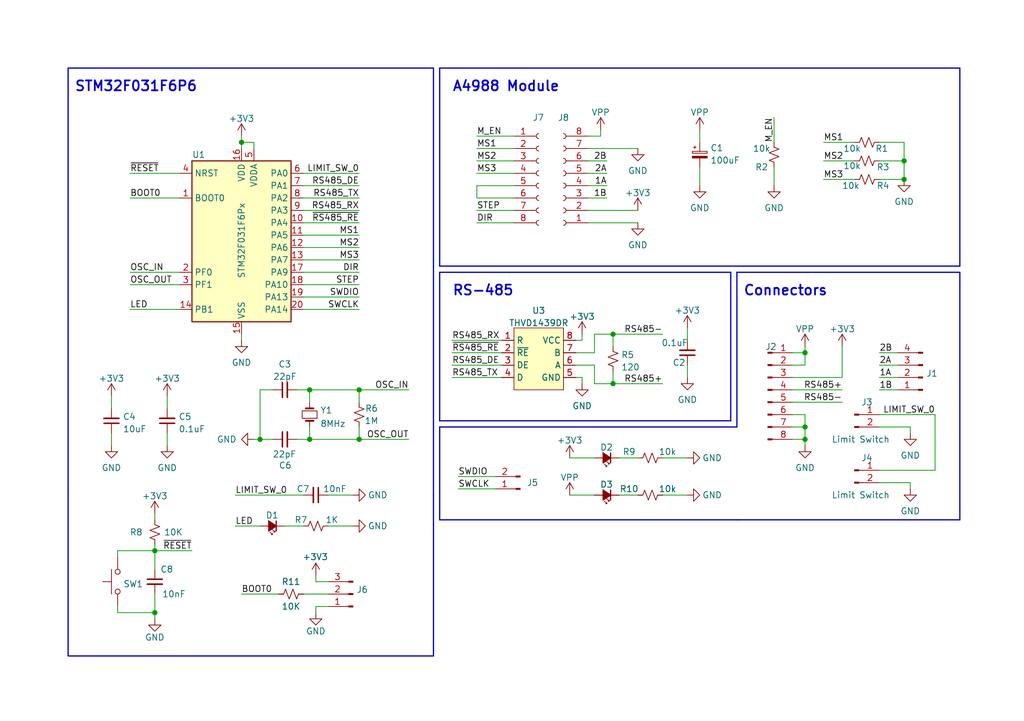
<source format=kicad_sch>
(kicad_sch (version 20211123) (generator eeschema)

  (uuid e63e39d7-6ac0-4ffd-8aa3-1841a4541b55)

  (paper "A5")

  (title_block
    (date "2023-02-04")
  )

  (lib_symbols
    (symbol "Connector:Conn_01x02_Male" (pin_names (offset 1.016) hide) (in_bom yes) (on_board yes)
      (property "Reference" "J" (id 0) (at 0 2.54 0)
        (effects (font (size 1.27 1.27)))
      )
      (property "Value" "Conn_01x02_Male" (id 1) (at 0 -5.08 0)
        (effects (font (size 1.27 1.27)))
      )
      (property "Footprint" "" (id 2) (at 0 0 0)
        (effects (font (size 1.27 1.27)) hide)
      )
      (property "Datasheet" "~" (id 3) (at 0 0 0)
        (effects (font (size 1.27 1.27)) hide)
      )
      (property "ki_keywords" "connector" (id 4) (at 0 0 0)
        (effects (font (size 1.27 1.27)) hide)
      )
      (property "ki_description" "Generic connector, single row, 01x02, script generated (kicad-library-utils/schlib/autogen/connector/)" (id 5) (at 0 0 0)
        (effects (font (size 1.27 1.27)) hide)
      )
      (property "ki_fp_filters" "Connector*:*_1x??_*" (id 6) (at 0 0 0)
        (effects (font (size 1.27 1.27)) hide)
      )
      (symbol "Conn_01x02_Male_1_1"
        (polyline
          (pts
            (xy 1.27 -2.54)
            (xy 0.8636 -2.54)
          )
          (stroke (width 0.1524) (type default) (color 0 0 0 0))
          (fill (type none))
        )
        (polyline
          (pts
            (xy 1.27 0)
            (xy 0.8636 0)
          )
          (stroke (width 0.1524) (type default) (color 0 0 0 0))
          (fill (type none))
        )
        (rectangle (start 0.8636 -2.413) (end 0 -2.667)
          (stroke (width 0.1524) (type default) (color 0 0 0 0))
          (fill (type outline))
        )
        (rectangle (start 0.8636 0.127) (end 0 -0.127)
          (stroke (width 0.1524) (type default) (color 0 0 0 0))
          (fill (type outline))
        )
        (pin passive line (at 5.08 0 180) (length 3.81)
          (name "Pin_1" (effects (font (size 1.27 1.27))))
          (number "1" (effects (font (size 1.27 1.27))))
        )
        (pin passive line (at 5.08 -2.54 180) (length 3.81)
          (name "Pin_2" (effects (font (size 1.27 1.27))))
          (number "2" (effects (font (size 1.27 1.27))))
        )
      )
    )
    (symbol "Connector:Conn_01x03_Male" (pin_names (offset 1.016) hide) (in_bom yes) (on_board yes)
      (property "Reference" "J" (id 0) (at 0 5.08 0)
        (effects (font (size 1.27 1.27)))
      )
      (property "Value" "Conn_01x03_Male" (id 1) (at 0 -5.08 0)
        (effects (font (size 1.27 1.27)))
      )
      (property "Footprint" "" (id 2) (at 0 0 0)
        (effects (font (size 1.27 1.27)) hide)
      )
      (property "Datasheet" "~" (id 3) (at 0 0 0)
        (effects (font (size 1.27 1.27)) hide)
      )
      (property "ki_keywords" "connector" (id 4) (at 0 0 0)
        (effects (font (size 1.27 1.27)) hide)
      )
      (property "ki_description" "Generic connector, single row, 01x03, script generated (kicad-library-utils/schlib/autogen/connector/)" (id 5) (at 0 0 0)
        (effects (font (size 1.27 1.27)) hide)
      )
      (property "ki_fp_filters" "Connector*:*_1x??_*" (id 6) (at 0 0 0)
        (effects (font (size 1.27 1.27)) hide)
      )
      (symbol "Conn_01x03_Male_1_1"
        (polyline
          (pts
            (xy 1.27 -2.54)
            (xy 0.8636 -2.54)
          )
          (stroke (width 0.1524) (type default) (color 0 0 0 0))
          (fill (type none))
        )
        (polyline
          (pts
            (xy 1.27 0)
            (xy 0.8636 0)
          )
          (stroke (width 0.1524) (type default) (color 0 0 0 0))
          (fill (type none))
        )
        (polyline
          (pts
            (xy 1.27 2.54)
            (xy 0.8636 2.54)
          )
          (stroke (width 0.1524) (type default) (color 0 0 0 0))
          (fill (type none))
        )
        (rectangle (start 0.8636 -2.413) (end 0 -2.667)
          (stroke (width 0.1524) (type default) (color 0 0 0 0))
          (fill (type outline))
        )
        (rectangle (start 0.8636 0.127) (end 0 -0.127)
          (stroke (width 0.1524) (type default) (color 0 0 0 0))
          (fill (type outline))
        )
        (rectangle (start 0.8636 2.667) (end 0 2.413)
          (stroke (width 0.1524) (type default) (color 0 0 0 0))
          (fill (type outline))
        )
        (pin passive line (at 5.08 2.54 180) (length 3.81)
          (name "Pin_1" (effects (font (size 1.27 1.27))))
          (number "1" (effects (font (size 1.27 1.27))))
        )
        (pin passive line (at 5.08 0 180) (length 3.81)
          (name "Pin_2" (effects (font (size 1.27 1.27))))
          (number "2" (effects (font (size 1.27 1.27))))
        )
        (pin passive line (at 5.08 -2.54 180) (length 3.81)
          (name "Pin_3" (effects (font (size 1.27 1.27))))
          (number "3" (effects (font (size 1.27 1.27))))
        )
      )
    )
    (symbol "Connector:Conn_01x04_Male" (pin_names (offset 1.016) hide) (in_bom yes) (on_board yes)
      (property "Reference" "J" (id 0) (at 0 5.08 0)
        (effects (font (size 1.27 1.27)))
      )
      (property "Value" "Conn_01x04_Male" (id 1) (at 0 -7.62 0)
        (effects (font (size 1.27 1.27)))
      )
      (property "Footprint" "" (id 2) (at 0 0 0)
        (effects (font (size 1.27 1.27)) hide)
      )
      (property "Datasheet" "~" (id 3) (at 0 0 0)
        (effects (font (size 1.27 1.27)) hide)
      )
      (property "ki_keywords" "connector" (id 4) (at 0 0 0)
        (effects (font (size 1.27 1.27)) hide)
      )
      (property "ki_description" "Generic connector, single row, 01x04, script generated (kicad-library-utils/schlib/autogen/connector/)" (id 5) (at 0 0 0)
        (effects (font (size 1.27 1.27)) hide)
      )
      (property "ki_fp_filters" "Connector*:*_1x??_*" (id 6) (at 0 0 0)
        (effects (font (size 1.27 1.27)) hide)
      )
      (symbol "Conn_01x04_Male_1_1"
        (polyline
          (pts
            (xy 1.27 -5.08)
            (xy 0.8636 -5.08)
          )
          (stroke (width 0.1524) (type default) (color 0 0 0 0))
          (fill (type none))
        )
        (polyline
          (pts
            (xy 1.27 -2.54)
            (xy 0.8636 -2.54)
          )
          (stroke (width 0.1524) (type default) (color 0 0 0 0))
          (fill (type none))
        )
        (polyline
          (pts
            (xy 1.27 0)
            (xy 0.8636 0)
          )
          (stroke (width 0.1524) (type default) (color 0 0 0 0))
          (fill (type none))
        )
        (polyline
          (pts
            (xy 1.27 2.54)
            (xy 0.8636 2.54)
          )
          (stroke (width 0.1524) (type default) (color 0 0 0 0))
          (fill (type none))
        )
        (rectangle (start 0.8636 -4.953) (end 0 -5.207)
          (stroke (width 0.1524) (type default) (color 0 0 0 0))
          (fill (type outline))
        )
        (rectangle (start 0.8636 -2.413) (end 0 -2.667)
          (stroke (width 0.1524) (type default) (color 0 0 0 0))
          (fill (type outline))
        )
        (rectangle (start 0.8636 0.127) (end 0 -0.127)
          (stroke (width 0.1524) (type default) (color 0 0 0 0))
          (fill (type outline))
        )
        (rectangle (start 0.8636 2.667) (end 0 2.413)
          (stroke (width 0.1524) (type default) (color 0 0 0 0))
          (fill (type outline))
        )
        (pin passive line (at 5.08 2.54 180) (length 3.81)
          (name "Pin_1" (effects (font (size 1.27 1.27))))
          (number "1" (effects (font (size 1.27 1.27))))
        )
        (pin passive line (at 5.08 0 180) (length 3.81)
          (name "Pin_2" (effects (font (size 1.27 1.27))))
          (number "2" (effects (font (size 1.27 1.27))))
        )
        (pin passive line (at 5.08 -2.54 180) (length 3.81)
          (name "Pin_3" (effects (font (size 1.27 1.27))))
          (number "3" (effects (font (size 1.27 1.27))))
        )
        (pin passive line (at 5.08 -5.08 180) (length 3.81)
          (name "Pin_4" (effects (font (size 1.27 1.27))))
          (number "4" (effects (font (size 1.27 1.27))))
        )
      )
    )
    (symbol "Connector:Conn_01x08_Female" (pin_names (offset 1.016) hide) (in_bom yes) (on_board yes)
      (property "Reference" "J" (id 0) (at 0 10.16 0)
        (effects (font (size 1.27 1.27)))
      )
      (property "Value" "Conn_01x08_Female" (id 1) (at 0 -12.7 0)
        (effects (font (size 1.27 1.27)))
      )
      (property "Footprint" "" (id 2) (at 0 0 0)
        (effects (font (size 1.27 1.27)) hide)
      )
      (property "Datasheet" "~" (id 3) (at 0 0 0)
        (effects (font (size 1.27 1.27)) hide)
      )
      (property "ki_keywords" "connector" (id 4) (at 0 0 0)
        (effects (font (size 1.27 1.27)) hide)
      )
      (property "ki_description" "Generic connector, single row, 01x08, script generated (kicad-library-utils/schlib/autogen/connector/)" (id 5) (at 0 0 0)
        (effects (font (size 1.27 1.27)) hide)
      )
      (property "ki_fp_filters" "Connector*:*_1x??_*" (id 6) (at 0 0 0)
        (effects (font (size 1.27 1.27)) hide)
      )
      (symbol "Conn_01x08_Female_1_1"
        (arc (start 0 -9.652) (mid -0.508 -10.16) (end 0 -10.668)
          (stroke (width 0.1524) (type default) (color 0 0 0 0))
          (fill (type none))
        )
        (arc (start 0 -7.112) (mid -0.508 -7.62) (end 0 -8.128)
          (stroke (width 0.1524) (type default) (color 0 0 0 0))
          (fill (type none))
        )
        (arc (start 0 -4.572) (mid -0.508 -5.08) (end 0 -5.588)
          (stroke (width 0.1524) (type default) (color 0 0 0 0))
          (fill (type none))
        )
        (arc (start 0 -2.032) (mid -0.508 -2.54) (end 0 -3.048)
          (stroke (width 0.1524) (type default) (color 0 0 0 0))
          (fill (type none))
        )
        (polyline
          (pts
            (xy -1.27 -10.16)
            (xy -0.508 -10.16)
          )
          (stroke (width 0.1524) (type default) (color 0 0 0 0))
          (fill (type none))
        )
        (polyline
          (pts
            (xy -1.27 -7.62)
            (xy -0.508 -7.62)
          )
          (stroke (width 0.1524) (type default) (color 0 0 0 0))
          (fill (type none))
        )
        (polyline
          (pts
            (xy -1.27 -5.08)
            (xy -0.508 -5.08)
          )
          (stroke (width 0.1524) (type default) (color 0 0 0 0))
          (fill (type none))
        )
        (polyline
          (pts
            (xy -1.27 -2.54)
            (xy -0.508 -2.54)
          )
          (stroke (width 0.1524) (type default) (color 0 0 0 0))
          (fill (type none))
        )
        (polyline
          (pts
            (xy -1.27 0)
            (xy -0.508 0)
          )
          (stroke (width 0.1524) (type default) (color 0 0 0 0))
          (fill (type none))
        )
        (polyline
          (pts
            (xy -1.27 2.54)
            (xy -0.508 2.54)
          )
          (stroke (width 0.1524) (type default) (color 0 0 0 0))
          (fill (type none))
        )
        (polyline
          (pts
            (xy -1.27 5.08)
            (xy -0.508 5.08)
          )
          (stroke (width 0.1524) (type default) (color 0 0 0 0))
          (fill (type none))
        )
        (polyline
          (pts
            (xy -1.27 7.62)
            (xy -0.508 7.62)
          )
          (stroke (width 0.1524) (type default) (color 0 0 0 0))
          (fill (type none))
        )
        (arc (start 0 0.508) (mid -0.508 0) (end 0 -0.508)
          (stroke (width 0.1524) (type default) (color 0 0 0 0))
          (fill (type none))
        )
        (arc (start 0 3.048) (mid -0.508 2.54) (end 0 2.032)
          (stroke (width 0.1524) (type default) (color 0 0 0 0))
          (fill (type none))
        )
        (arc (start 0 5.588) (mid -0.508 5.08) (end 0 4.572)
          (stroke (width 0.1524) (type default) (color 0 0 0 0))
          (fill (type none))
        )
        (arc (start 0 8.128) (mid -0.508 7.62) (end 0 7.112)
          (stroke (width 0.1524) (type default) (color 0 0 0 0))
          (fill (type none))
        )
        (pin passive line (at -5.08 7.62 0) (length 3.81)
          (name "Pin_1" (effects (font (size 1.27 1.27))))
          (number "1" (effects (font (size 1.27 1.27))))
        )
        (pin passive line (at -5.08 5.08 0) (length 3.81)
          (name "Pin_2" (effects (font (size 1.27 1.27))))
          (number "2" (effects (font (size 1.27 1.27))))
        )
        (pin passive line (at -5.08 2.54 0) (length 3.81)
          (name "Pin_3" (effects (font (size 1.27 1.27))))
          (number "3" (effects (font (size 1.27 1.27))))
        )
        (pin passive line (at -5.08 0 0) (length 3.81)
          (name "Pin_4" (effects (font (size 1.27 1.27))))
          (number "4" (effects (font (size 1.27 1.27))))
        )
        (pin passive line (at -5.08 -2.54 0) (length 3.81)
          (name "Pin_5" (effects (font (size 1.27 1.27))))
          (number "5" (effects (font (size 1.27 1.27))))
        )
        (pin passive line (at -5.08 -5.08 0) (length 3.81)
          (name "Pin_6" (effects (font (size 1.27 1.27))))
          (number "6" (effects (font (size 1.27 1.27))))
        )
        (pin passive line (at -5.08 -7.62 0) (length 3.81)
          (name "Pin_7" (effects (font (size 1.27 1.27))))
          (number "7" (effects (font (size 1.27 1.27))))
        )
        (pin passive line (at -5.08 -10.16 0) (length 3.81)
          (name "Pin_8" (effects (font (size 1.27 1.27))))
          (number "8" (effects (font (size 1.27 1.27))))
        )
      )
    )
    (symbol "Connector:Conn_01x08_Male" (pin_names (offset 1.016) hide) (in_bom yes) (on_board yes)
      (property "Reference" "J" (id 0) (at 0 10.16 0)
        (effects (font (size 1.27 1.27)))
      )
      (property "Value" "Conn_01x08_Male" (id 1) (at 0 -12.7 0)
        (effects (font (size 1.27 1.27)))
      )
      (property "Footprint" "" (id 2) (at 0 0 0)
        (effects (font (size 1.27 1.27)) hide)
      )
      (property "Datasheet" "~" (id 3) (at 0 0 0)
        (effects (font (size 1.27 1.27)) hide)
      )
      (property "ki_keywords" "connector" (id 4) (at 0 0 0)
        (effects (font (size 1.27 1.27)) hide)
      )
      (property "ki_description" "Generic connector, single row, 01x08, script generated (kicad-library-utils/schlib/autogen/connector/)" (id 5) (at 0 0 0)
        (effects (font (size 1.27 1.27)) hide)
      )
      (property "ki_fp_filters" "Connector*:*_1x??_*" (id 6) (at 0 0 0)
        (effects (font (size 1.27 1.27)) hide)
      )
      (symbol "Conn_01x08_Male_1_1"
        (polyline
          (pts
            (xy 1.27 -10.16)
            (xy 0.8636 -10.16)
          )
          (stroke (width 0.1524) (type default) (color 0 0 0 0))
          (fill (type none))
        )
        (polyline
          (pts
            (xy 1.27 -7.62)
            (xy 0.8636 -7.62)
          )
          (stroke (width 0.1524) (type default) (color 0 0 0 0))
          (fill (type none))
        )
        (polyline
          (pts
            (xy 1.27 -5.08)
            (xy 0.8636 -5.08)
          )
          (stroke (width 0.1524) (type default) (color 0 0 0 0))
          (fill (type none))
        )
        (polyline
          (pts
            (xy 1.27 -2.54)
            (xy 0.8636 -2.54)
          )
          (stroke (width 0.1524) (type default) (color 0 0 0 0))
          (fill (type none))
        )
        (polyline
          (pts
            (xy 1.27 0)
            (xy 0.8636 0)
          )
          (stroke (width 0.1524) (type default) (color 0 0 0 0))
          (fill (type none))
        )
        (polyline
          (pts
            (xy 1.27 2.54)
            (xy 0.8636 2.54)
          )
          (stroke (width 0.1524) (type default) (color 0 0 0 0))
          (fill (type none))
        )
        (polyline
          (pts
            (xy 1.27 5.08)
            (xy 0.8636 5.08)
          )
          (stroke (width 0.1524) (type default) (color 0 0 0 0))
          (fill (type none))
        )
        (polyline
          (pts
            (xy 1.27 7.62)
            (xy 0.8636 7.62)
          )
          (stroke (width 0.1524) (type default) (color 0 0 0 0))
          (fill (type none))
        )
        (rectangle (start 0.8636 -10.033) (end 0 -10.287)
          (stroke (width 0.1524) (type default) (color 0 0 0 0))
          (fill (type outline))
        )
        (rectangle (start 0.8636 -7.493) (end 0 -7.747)
          (stroke (width 0.1524) (type default) (color 0 0 0 0))
          (fill (type outline))
        )
        (rectangle (start 0.8636 -4.953) (end 0 -5.207)
          (stroke (width 0.1524) (type default) (color 0 0 0 0))
          (fill (type outline))
        )
        (rectangle (start 0.8636 -2.413) (end 0 -2.667)
          (stroke (width 0.1524) (type default) (color 0 0 0 0))
          (fill (type outline))
        )
        (rectangle (start 0.8636 0.127) (end 0 -0.127)
          (stroke (width 0.1524) (type default) (color 0 0 0 0))
          (fill (type outline))
        )
        (rectangle (start 0.8636 2.667) (end 0 2.413)
          (stroke (width 0.1524) (type default) (color 0 0 0 0))
          (fill (type outline))
        )
        (rectangle (start 0.8636 5.207) (end 0 4.953)
          (stroke (width 0.1524) (type default) (color 0 0 0 0))
          (fill (type outline))
        )
        (rectangle (start 0.8636 7.747) (end 0 7.493)
          (stroke (width 0.1524) (type default) (color 0 0 0 0))
          (fill (type outline))
        )
        (pin passive line (at 5.08 7.62 180) (length 3.81)
          (name "Pin_1" (effects (font (size 1.27 1.27))))
          (number "1" (effects (font (size 1.27 1.27))))
        )
        (pin passive line (at 5.08 5.08 180) (length 3.81)
          (name "Pin_2" (effects (font (size 1.27 1.27))))
          (number "2" (effects (font (size 1.27 1.27))))
        )
        (pin passive line (at 5.08 2.54 180) (length 3.81)
          (name "Pin_3" (effects (font (size 1.27 1.27))))
          (number "3" (effects (font (size 1.27 1.27))))
        )
        (pin passive line (at 5.08 0 180) (length 3.81)
          (name "Pin_4" (effects (font (size 1.27 1.27))))
          (number "4" (effects (font (size 1.27 1.27))))
        )
        (pin passive line (at 5.08 -2.54 180) (length 3.81)
          (name "Pin_5" (effects (font (size 1.27 1.27))))
          (number "5" (effects (font (size 1.27 1.27))))
        )
        (pin passive line (at 5.08 -5.08 180) (length 3.81)
          (name "Pin_6" (effects (font (size 1.27 1.27))))
          (number "6" (effects (font (size 1.27 1.27))))
        )
        (pin passive line (at 5.08 -7.62 180) (length 3.81)
          (name "Pin_7" (effects (font (size 1.27 1.27))))
          (number "7" (effects (font (size 1.27 1.27))))
        )
        (pin passive line (at 5.08 -10.16 180) (length 3.81)
          (name "Pin_8" (effects (font (size 1.27 1.27))))
          (number "8" (effects (font (size 1.27 1.27))))
        )
      )
    )
    (symbol "Device:C_Polarized_Small" (pin_numbers hide) (pin_names (offset 0.254) hide) (in_bom yes) (on_board yes)
      (property "Reference" "C" (id 0) (at 0.254 1.778 0)
        (effects (font (size 1.27 1.27)) (justify left))
      )
      (property "Value" "C_Polarized_Small" (id 1) (at 0.254 -2.032 0)
        (effects (font (size 1.27 1.27)) (justify left))
      )
      (property "Footprint" "" (id 2) (at 0 0 0)
        (effects (font (size 1.27 1.27)) hide)
      )
      (property "Datasheet" "~" (id 3) (at 0 0 0)
        (effects (font (size 1.27 1.27)) hide)
      )
      (property "ki_keywords" "cap capacitor" (id 4) (at 0 0 0)
        (effects (font (size 1.27 1.27)) hide)
      )
      (property "ki_description" "Polarized capacitor, small symbol" (id 5) (at 0 0 0)
        (effects (font (size 1.27 1.27)) hide)
      )
      (property "ki_fp_filters" "CP_*" (id 6) (at 0 0 0)
        (effects (font (size 1.27 1.27)) hide)
      )
      (symbol "C_Polarized_Small_0_1"
        (rectangle (start -1.524 -0.3048) (end 1.524 -0.6858)
          (stroke (width 0) (type default) (color 0 0 0 0))
          (fill (type outline))
        )
        (rectangle (start -1.524 0.6858) (end 1.524 0.3048)
          (stroke (width 0) (type default) (color 0 0 0 0))
          (fill (type none))
        )
        (polyline
          (pts
            (xy -1.27 1.524)
            (xy -0.762 1.524)
          )
          (stroke (width 0) (type default) (color 0 0 0 0))
          (fill (type none))
        )
        (polyline
          (pts
            (xy -1.016 1.27)
            (xy -1.016 1.778)
          )
          (stroke (width 0) (type default) (color 0 0 0 0))
          (fill (type none))
        )
      )
      (symbol "C_Polarized_Small_1_1"
        (pin passive line (at 0 2.54 270) (length 1.8542)
          (name "~" (effects (font (size 1.27 1.27))))
          (number "1" (effects (font (size 1.27 1.27))))
        )
        (pin passive line (at 0 -2.54 90) (length 1.8542)
          (name "~" (effects (font (size 1.27 1.27))))
          (number "2" (effects (font (size 1.27 1.27))))
        )
      )
    )
    (symbol "Device:C_Small" (pin_numbers hide) (pin_names (offset 0.254) hide) (in_bom yes) (on_board yes)
      (property "Reference" "C" (id 0) (at 0.254 1.778 0)
        (effects (font (size 1.27 1.27)) (justify left))
      )
      (property "Value" "C_Small" (id 1) (at 0.254 -2.032 0)
        (effects (font (size 1.27 1.27)) (justify left))
      )
      (property "Footprint" "" (id 2) (at 0 0 0)
        (effects (font (size 1.27 1.27)) hide)
      )
      (property "Datasheet" "~" (id 3) (at 0 0 0)
        (effects (font (size 1.27 1.27)) hide)
      )
      (property "ki_keywords" "capacitor cap" (id 4) (at 0 0 0)
        (effects (font (size 1.27 1.27)) hide)
      )
      (property "ki_description" "Unpolarized capacitor, small symbol" (id 5) (at 0 0 0)
        (effects (font (size 1.27 1.27)) hide)
      )
      (property "ki_fp_filters" "C_*" (id 6) (at 0 0 0)
        (effects (font (size 1.27 1.27)) hide)
      )
      (symbol "C_Small_0_1"
        (polyline
          (pts
            (xy -1.524 -0.508)
            (xy 1.524 -0.508)
          )
          (stroke (width 0.3302) (type default) (color 0 0 0 0))
          (fill (type none))
        )
        (polyline
          (pts
            (xy -1.524 0.508)
            (xy 1.524 0.508)
          )
          (stroke (width 0.3048) (type default) (color 0 0 0 0))
          (fill (type none))
        )
      )
      (symbol "C_Small_1_1"
        (pin passive line (at 0 2.54 270) (length 2.032)
          (name "~" (effects (font (size 1.27 1.27))))
          (number "1" (effects (font (size 1.27 1.27))))
        )
        (pin passive line (at 0 -2.54 90) (length 2.032)
          (name "~" (effects (font (size 1.27 1.27))))
          (number "2" (effects (font (size 1.27 1.27))))
        )
      )
    )
    (symbol "Device:Crystal_Small" (pin_numbers hide) (pin_names (offset 1.016) hide) (in_bom yes) (on_board yes)
      (property "Reference" "Y" (id 0) (at 0 2.54 0)
        (effects (font (size 1.27 1.27)))
      )
      (property "Value" "Crystal_Small" (id 1) (at 0 -2.54 0)
        (effects (font (size 1.27 1.27)))
      )
      (property "Footprint" "" (id 2) (at 0 0 0)
        (effects (font (size 1.27 1.27)) hide)
      )
      (property "Datasheet" "~" (id 3) (at 0 0 0)
        (effects (font (size 1.27 1.27)) hide)
      )
      (property "ki_keywords" "quartz ceramic resonator oscillator" (id 4) (at 0 0 0)
        (effects (font (size 1.27 1.27)) hide)
      )
      (property "ki_description" "Two pin crystal, small symbol" (id 5) (at 0 0 0)
        (effects (font (size 1.27 1.27)) hide)
      )
      (property "ki_fp_filters" "Crystal*" (id 6) (at 0 0 0)
        (effects (font (size 1.27 1.27)) hide)
      )
      (symbol "Crystal_Small_0_1"
        (rectangle (start -0.762 -1.524) (end 0.762 1.524)
          (stroke (width 0) (type default) (color 0 0 0 0))
          (fill (type none))
        )
        (polyline
          (pts
            (xy -1.27 -0.762)
            (xy -1.27 0.762)
          )
          (stroke (width 0.381) (type default) (color 0 0 0 0))
          (fill (type none))
        )
        (polyline
          (pts
            (xy 1.27 -0.762)
            (xy 1.27 0.762)
          )
          (stroke (width 0.381) (type default) (color 0 0 0 0))
          (fill (type none))
        )
      )
      (symbol "Crystal_Small_1_1"
        (pin passive line (at -2.54 0 0) (length 1.27)
          (name "1" (effects (font (size 1.27 1.27))))
          (number "1" (effects (font (size 1.27 1.27))))
        )
        (pin passive line (at 2.54 0 180) (length 1.27)
          (name "2" (effects (font (size 1.27 1.27))))
          (number "2" (effects (font (size 1.27 1.27))))
        )
      )
    )
    (symbol "Device:LED_Small_Filled" (pin_numbers hide) (pin_names (offset 0.254) hide) (in_bom yes) (on_board yes)
      (property "Reference" "D" (id 0) (at -1.27 3.175 0)
        (effects (font (size 1.27 1.27)) (justify left))
      )
      (property "Value" "LED_Small_Filled" (id 1) (at -4.445 -2.54 0)
        (effects (font (size 1.27 1.27)) (justify left))
      )
      (property "Footprint" "" (id 2) (at 0 0 90)
        (effects (font (size 1.27 1.27)) hide)
      )
      (property "Datasheet" "~" (id 3) (at 0 0 90)
        (effects (font (size 1.27 1.27)) hide)
      )
      (property "ki_keywords" "LED diode light-emitting-diode" (id 4) (at 0 0 0)
        (effects (font (size 1.27 1.27)) hide)
      )
      (property "ki_description" "Light emitting diode, small symbol, filled shape" (id 5) (at 0 0 0)
        (effects (font (size 1.27 1.27)) hide)
      )
      (property "ki_fp_filters" "LED* LED_SMD:* LED_THT:*" (id 6) (at 0 0 0)
        (effects (font (size 1.27 1.27)) hide)
      )
      (symbol "LED_Small_Filled_0_1"
        (polyline
          (pts
            (xy -0.762 -1.016)
            (xy -0.762 1.016)
          )
          (stroke (width 0.254) (type default) (color 0 0 0 0))
          (fill (type none))
        )
        (polyline
          (pts
            (xy 1.016 0)
            (xy -0.762 0)
          )
          (stroke (width 0) (type default) (color 0 0 0 0))
          (fill (type none))
        )
        (polyline
          (pts
            (xy 0.762 -1.016)
            (xy -0.762 0)
            (xy 0.762 1.016)
            (xy 0.762 -1.016)
          )
          (stroke (width 0.254) (type default) (color 0 0 0 0))
          (fill (type outline))
        )
        (polyline
          (pts
            (xy 0 0.762)
            (xy -0.508 1.27)
            (xy -0.254 1.27)
            (xy -0.508 1.27)
            (xy -0.508 1.016)
          )
          (stroke (width 0) (type default) (color 0 0 0 0))
          (fill (type none))
        )
        (polyline
          (pts
            (xy 0.508 1.27)
            (xy 0 1.778)
            (xy 0.254 1.778)
            (xy 0 1.778)
            (xy 0 1.524)
          )
          (stroke (width 0) (type default) (color 0 0 0 0))
          (fill (type none))
        )
      )
      (symbol "LED_Small_Filled_1_1"
        (pin passive line (at -2.54 0 0) (length 1.778)
          (name "K" (effects (font (size 1.27 1.27))))
          (number "1" (effects (font (size 1.27 1.27))))
        )
        (pin passive line (at 2.54 0 180) (length 1.778)
          (name "A" (effects (font (size 1.27 1.27))))
          (number "2" (effects (font (size 1.27 1.27))))
        )
      )
    )
    (symbol "Device:R_Small_US" (pin_numbers hide) (pin_names (offset 0.254) hide) (in_bom yes) (on_board yes)
      (property "Reference" "R" (id 0) (at 0.762 0.508 0)
        (effects (font (size 1.27 1.27)) (justify left))
      )
      (property "Value" "R_Small_US" (id 1) (at 0.762 -1.016 0)
        (effects (font (size 1.27 1.27)) (justify left))
      )
      (property "Footprint" "" (id 2) (at 0 0 0)
        (effects (font (size 1.27 1.27)) hide)
      )
      (property "Datasheet" "~" (id 3) (at 0 0 0)
        (effects (font (size 1.27 1.27)) hide)
      )
      (property "ki_keywords" "r resistor" (id 4) (at 0 0 0)
        (effects (font (size 1.27 1.27)) hide)
      )
      (property "ki_description" "Resistor, small US symbol" (id 5) (at 0 0 0)
        (effects (font (size 1.27 1.27)) hide)
      )
      (property "ki_fp_filters" "R_*" (id 6) (at 0 0 0)
        (effects (font (size 1.27 1.27)) hide)
      )
      (symbol "R_Small_US_1_1"
        (polyline
          (pts
            (xy 0 0)
            (xy 1.016 -0.381)
            (xy 0 -0.762)
            (xy -1.016 -1.143)
            (xy 0 -1.524)
          )
          (stroke (width 0) (type default) (color 0 0 0 0))
          (fill (type none))
        )
        (polyline
          (pts
            (xy 0 1.524)
            (xy 1.016 1.143)
            (xy 0 0.762)
            (xy -1.016 0.381)
            (xy 0 0)
          )
          (stroke (width 0) (type default) (color 0 0 0 0))
          (fill (type none))
        )
        (pin passive line (at 0 2.54 270) (length 1.016)
          (name "~" (effects (font (size 1.27 1.27))))
          (number "1" (effects (font (size 1.27 1.27))))
        )
        (pin passive line (at 0 -2.54 90) (length 1.016)
          (name "~" (effects (font (size 1.27 1.27))))
          (number "2" (effects (font (size 1.27 1.27))))
        )
      )
    )
    (symbol "MCU_ST_STM32F0:STM32F031F6Px" (in_bom yes) (on_board yes)
      (property "Reference" "U" (id 0) (at -10.16 16.51 0)
        (effects (font (size 1.27 1.27)) (justify left))
      )
      (property "Value" "STM32F031F6Px" (id 1) (at 5.08 16.51 0)
        (effects (font (size 1.27 1.27)) (justify left))
      )
      (property "Footprint" "Package_SO:TSSOP-20_4.4x6.5mm_P0.65mm" (id 2) (at -10.16 -17.78 0)
        (effects (font (size 1.27 1.27)) (justify right) hide)
      )
      (property "Datasheet" "http://www.st.com/st-web-ui/static/active/en/resource/technical/document/datasheet/DM00104043.pdf" (id 3) (at 0 0 0)
        (effects (font (size 1.27 1.27)) hide)
      )
      (property "ki_keywords" "ARM Cortex-M0 STM32F0 STM32F0x1" (id 4) (at 0 0 0)
        (effects (font (size 1.27 1.27)) hide)
      )
      (property "ki_description" "ARM Cortex-M0 MCU, 32KB flash, 4KB RAM, 48MHz, 2-3.6V, 15 GPIO, TSSOP-20" (id 5) (at 0 0 0)
        (effects (font (size 1.27 1.27)) hide)
      )
      (property "ki_fp_filters" "TSSOP*4.4x6.5mm*P0.65mm*" (id 6) (at 0 0 0)
        (effects (font (size 1.27 1.27)) hide)
      )
      (symbol "STM32F031F6Px_0_1"
        (rectangle (start -10.16 -17.78) (end 10.16 15.24)
          (stroke (width 0.254) (type default) (color 0 0 0 0))
          (fill (type background))
        )
      )
      (symbol "STM32F031F6Px_1_1"
        (pin input line (at -12.7 7.62 0) (length 2.54)
          (name "BOOT0" (effects (font (size 1.27 1.27))))
          (number "1" (effects (font (size 1.27 1.27))))
        )
        (pin bidirectional line (at 12.7 2.54 180) (length 2.54)
          (name "PA4" (effects (font (size 1.27 1.27))))
          (number "10" (effects (font (size 1.27 1.27))))
        )
        (pin bidirectional line (at 12.7 0 180) (length 2.54)
          (name "PA5" (effects (font (size 1.27 1.27))))
          (number "11" (effects (font (size 1.27 1.27))))
        )
        (pin bidirectional line (at 12.7 -2.54 180) (length 2.54)
          (name "PA6" (effects (font (size 1.27 1.27))))
          (number "12" (effects (font (size 1.27 1.27))))
        )
        (pin bidirectional line (at 12.7 -5.08 180) (length 2.54)
          (name "PA7" (effects (font (size 1.27 1.27))))
          (number "13" (effects (font (size 1.27 1.27))))
        )
        (pin bidirectional line (at -12.7 -15.24 0) (length 2.54)
          (name "PB1" (effects (font (size 1.27 1.27))))
          (number "14" (effects (font (size 1.27 1.27))))
        )
        (pin power_in line (at 0 -20.32 90) (length 2.54)
          (name "VSS" (effects (font (size 1.27 1.27))))
          (number "15" (effects (font (size 1.27 1.27))))
        )
        (pin power_in line (at 0 17.78 270) (length 2.54)
          (name "VDD" (effects (font (size 1.27 1.27))))
          (number "16" (effects (font (size 1.27 1.27))))
        )
        (pin bidirectional line (at 12.7 -7.62 180) (length 2.54)
          (name "PA9" (effects (font (size 1.27 1.27))))
          (number "17" (effects (font (size 1.27 1.27))))
        )
        (pin bidirectional line (at 12.7 -10.16 180) (length 2.54)
          (name "PA10" (effects (font (size 1.27 1.27))))
          (number "18" (effects (font (size 1.27 1.27))))
        )
        (pin bidirectional line (at 12.7 -12.7 180) (length 2.54)
          (name "PA13" (effects (font (size 1.27 1.27))))
          (number "19" (effects (font (size 1.27 1.27))))
        )
        (pin input line (at -12.7 -7.62 0) (length 2.54)
          (name "PF0" (effects (font (size 1.27 1.27))))
          (number "2" (effects (font (size 1.27 1.27))))
        )
        (pin bidirectional line (at 12.7 -15.24 180) (length 2.54)
          (name "PA14" (effects (font (size 1.27 1.27))))
          (number "20" (effects (font (size 1.27 1.27))))
        )
        (pin input line (at -12.7 -10.16 0) (length 2.54)
          (name "PF1" (effects (font (size 1.27 1.27))))
          (number "3" (effects (font (size 1.27 1.27))))
        )
        (pin input line (at -12.7 12.7 0) (length 2.54)
          (name "NRST" (effects (font (size 1.27 1.27))))
          (number "4" (effects (font (size 1.27 1.27))))
        )
        (pin power_in line (at 2.54 17.78 270) (length 2.54)
          (name "VDDA" (effects (font (size 1.27 1.27))))
          (number "5" (effects (font (size 1.27 1.27))))
        )
        (pin bidirectional line (at 12.7 12.7 180) (length 2.54)
          (name "PA0" (effects (font (size 1.27 1.27))))
          (number "6" (effects (font (size 1.27 1.27))))
        )
        (pin bidirectional line (at 12.7 10.16 180) (length 2.54)
          (name "PA1" (effects (font (size 1.27 1.27))))
          (number "7" (effects (font (size 1.27 1.27))))
        )
        (pin bidirectional line (at 12.7 7.62 180) (length 2.54)
          (name "PA2" (effects (font (size 1.27 1.27))))
          (number "8" (effects (font (size 1.27 1.27))))
        )
        (pin bidirectional line (at 12.7 5.08 180) (length 2.54)
          (name "PA3" (effects (font (size 1.27 1.27))))
          (number "9" (effects (font (size 1.27 1.27))))
        )
      )
    )
    (symbol "Mylib:THVD1439DR" (in_bom yes) (on_board yes)
      (property "Reference" "U" (id 0) (at 0 0 0)
        (effects (font (size 1.27 1.27)))
      )
      (property "Value" "THVD1439DR" (id 1) (at 0 -2.54 0)
        (effects (font (size 1.27 1.27)))
      )
      (property "Footprint" "" (id 2) (at 0 0 0)
        (effects (font (size 1.27 1.27)) hide)
      )
      (property "Datasheet" "" (id 3) (at 0 0 0)
        (effects (font (size 1.27 1.27)) hide)
      )
      (symbol "THVD1439DR_0_1"
        (rectangle (start -5.08 -3.81) (end 5.08 -16.51)
          (stroke (width 0) (type default) (color 0 0 0 0))
          (fill (type background))
        )
      )
      (symbol "THVD1439DR_1_1"
        (pin input line (at -7.62 -6.35 0) (length 2.54)
          (name "R" (effects (font (size 1.27 1.27))))
          (number "1" (effects (font (size 1.27 1.27))))
        )
        (pin input line (at -7.62 -8.89 0) (length 2.54)
          (name "~{RE}" (effects (font (size 1.27 1.27))))
          (number "2" (effects (font (size 1.27 1.27))))
        )
        (pin input line (at -7.62 -11.43 0) (length 2.54)
          (name "DE" (effects (font (size 1.27 1.27))))
          (number "3" (effects (font (size 1.27 1.27))))
        )
        (pin input line (at -7.62 -13.97 0) (length 2.54)
          (name "D" (effects (font (size 1.27 1.27))))
          (number "4" (effects (font (size 1.27 1.27))))
        )
        (pin input line (at 7.62 -13.97 180) (length 2.54)
          (name "GND" (effects (font (size 1.27 1.27))))
          (number "5" (effects (font (size 1.27 1.27))))
        )
        (pin input line (at 7.62 -11.43 180) (length 2.54)
          (name "A" (effects (font (size 1.27 1.27))))
          (number "6" (effects (font (size 1.27 1.27))))
        )
        (pin input line (at 7.62 -8.89 180) (length 2.54)
          (name "B" (effects (font (size 1.27 1.27))))
          (number "7" (effects (font (size 1.27 1.27))))
        )
        (pin input line (at 7.62 -6.35 180) (length 2.54)
          (name "VCC" (effects (font (size 1.27 1.27))))
          (number "8" (effects (font (size 1.27 1.27))))
        )
      )
    )
    (symbol "Switch:SW_Push" (pin_numbers hide) (pin_names (offset 1.016) hide) (in_bom yes) (on_board yes)
      (property "Reference" "SW" (id 0) (at 1.27 2.54 0)
        (effects (font (size 1.27 1.27)) (justify left))
      )
      (property "Value" "SW_Push" (id 1) (at 0 -1.524 0)
        (effects (font (size 1.27 1.27)))
      )
      (property "Footprint" "" (id 2) (at 0 5.08 0)
        (effects (font (size 1.27 1.27)) hide)
      )
      (property "Datasheet" "~" (id 3) (at 0 5.08 0)
        (effects (font (size 1.27 1.27)) hide)
      )
      (property "ki_keywords" "switch normally-open pushbutton push-button" (id 4) (at 0 0 0)
        (effects (font (size 1.27 1.27)) hide)
      )
      (property "ki_description" "Push button switch, generic, two pins" (id 5) (at 0 0 0)
        (effects (font (size 1.27 1.27)) hide)
      )
      (symbol "SW_Push_0_1"
        (circle (center -2.032 0) (radius 0.508)
          (stroke (width 0) (type default) (color 0 0 0 0))
          (fill (type none))
        )
        (polyline
          (pts
            (xy 0 1.27)
            (xy 0 3.048)
          )
          (stroke (width 0) (type default) (color 0 0 0 0))
          (fill (type none))
        )
        (polyline
          (pts
            (xy 2.54 1.27)
            (xy -2.54 1.27)
          )
          (stroke (width 0) (type default) (color 0 0 0 0))
          (fill (type none))
        )
        (circle (center 2.032 0) (radius 0.508)
          (stroke (width 0) (type default) (color 0 0 0 0))
          (fill (type none))
        )
        (pin passive line (at -5.08 0 0) (length 2.54)
          (name "1" (effects (font (size 1.27 1.27))))
          (number "1" (effects (font (size 1.27 1.27))))
        )
        (pin passive line (at 5.08 0 180) (length 2.54)
          (name "2" (effects (font (size 1.27 1.27))))
          (number "2" (effects (font (size 1.27 1.27))))
        )
      )
    )
    (symbol "power:+3.3V" (power) (pin_names (offset 0)) (in_bom yes) (on_board yes)
      (property "Reference" "#PWR" (id 0) (at 0 -3.81 0)
        (effects (font (size 1.27 1.27)) hide)
      )
      (property "Value" "+3.3V" (id 1) (at 0 3.556 0)
        (effects (font (size 1.27 1.27)))
      )
      (property "Footprint" "" (id 2) (at 0 0 0)
        (effects (font (size 1.27 1.27)) hide)
      )
      (property "Datasheet" "" (id 3) (at 0 0 0)
        (effects (font (size 1.27 1.27)) hide)
      )
      (property "ki_keywords" "power-flag" (id 4) (at 0 0 0)
        (effects (font (size 1.27 1.27)) hide)
      )
      (property "ki_description" "Power symbol creates a global label with name \"+3.3V\"" (id 5) (at 0 0 0)
        (effects (font (size 1.27 1.27)) hide)
      )
      (symbol "+3.3V_0_1"
        (polyline
          (pts
            (xy -0.762 1.27)
            (xy 0 2.54)
          )
          (stroke (width 0) (type default) (color 0 0 0 0))
          (fill (type none))
        )
        (polyline
          (pts
            (xy 0 0)
            (xy 0 2.54)
          )
          (stroke (width 0) (type default) (color 0 0 0 0))
          (fill (type none))
        )
        (polyline
          (pts
            (xy 0 2.54)
            (xy 0.762 1.27)
          )
          (stroke (width 0) (type default) (color 0 0 0 0))
          (fill (type none))
        )
      )
      (symbol "+3.3V_1_1"
        (pin power_in line (at 0 0 90) (length 0) hide
          (name "+3V3" (effects (font (size 1.27 1.27))))
          (number "1" (effects (font (size 1.27 1.27))))
        )
      )
    )
    (symbol "power:GND" (power) (pin_names (offset 0)) (in_bom yes) (on_board yes)
      (property "Reference" "#PWR" (id 0) (at 0 -6.35 0)
        (effects (font (size 1.27 1.27)) hide)
      )
      (property "Value" "GND" (id 1) (at 0 -3.81 0)
        (effects (font (size 1.27 1.27)))
      )
      (property "Footprint" "" (id 2) (at 0 0 0)
        (effects (font (size 1.27 1.27)) hide)
      )
      (property "Datasheet" "" (id 3) (at 0 0 0)
        (effects (font (size 1.27 1.27)) hide)
      )
      (property "ki_keywords" "power-flag" (id 4) (at 0 0 0)
        (effects (font (size 1.27 1.27)) hide)
      )
      (property "ki_description" "Power symbol creates a global label with name \"GND\" , ground" (id 5) (at 0 0 0)
        (effects (font (size 1.27 1.27)) hide)
      )
      (symbol "GND_0_1"
        (polyline
          (pts
            (xy 0 0)
            (xy 0 -1.27)
            (xy 1.27 -1.27)
            (xy 0 -2.54)
            (xy -1.27 -1.27)
            (xy 0 -1.27)
          )
          (stroke (width 0) (type default) (color 0 0 0 0))
          (fill (type none))
        )
      )
      (symbol "GND_1_1"
        (pin power_in line (at 0 0 270) (length 0) hide
          (name "GND" (effects (font (size 1.27 1.27))))
          (number "1" (effects (font (size 1.27 1.27))))
        )
      )
    )
    (symbol "power:VPP" (power) (pin_names (offset 0)) (in_bom yes) (on_board yes)
      (property "Reference" "#PWR" (id 0) (at 0 -3.81 0)
        (effects (font (size 1.27 1.27)) hide)
      )
      (property "Value" "VPP" (id 1) (at 0 3.81 0)
        (effects (font (size 1.27 1.27)))
      )
      (property "Footprint" "" (id 2) (at 0 0 0)
        (effects (font (size 1.27 1.27)) hide)
      )
      (property "Datasheet" "" (id 3) (at 0 0 0)
        (effects (font (size 1.27 1.27)) hide)
      )
      (property "ki_keywords" "power-flag" (id 4) (at 0 0 0)
        (effects (font (size 1.27 1.27)) hide)
      )
      (property "ki_description" "Power symbol creates a global label with name \"VPP\"" (id 5) (at 0 0 0)
        (effects (font (size 1.27 1.27)) hide)
      )
      (symbol "VPP_0_1"
        (polyline
          (pts
            (xy -0.762 1.27)
            (xy 0 2.54)
          )
          (stroke (width 0) (type default) (color 0 0 0 0))
          (fill (type none))
        )
        (polyline
          (pts
            (xy 0 0)
            (xy 0 2.54)
          )
          (stroke (width 0) (type default) (color 0 0 0 0))
          (fill (type none))
        )
        (polyline
          (pts
            (xy 0 2.54)
            (xy 0.762 1.27)
          )
          (stroke (width 0) (type default) (color 0 0 0 0))
          (fill (type none))
        )
      )
      (symbol "VPP_1_1"
        (pin power_in line (at 0 0 90) (length 0) hide
          (name "VPP" (effects (font (size 1.27 1.27))))
          (number "1" (effects (font (size 1.27 1.27))))
        )
      )
    )
  )

  (junction (at 125.73 68.58) (diameter 0) (color 0 0 0 0)
    (uuid 0933130a-3132-4649-9e7f-864131e84a79)
  )
  (junction (at 63.5 80.01) (diameter 0) (color 0 0 0 0)
    (uuid 11728666-baed-4724-b21d-c4b0bdf8277b)
  )
  (junction (at 49.53 29.21) (diameter 0) (color 0 0 0 0)
    (uuid 11b85eea-dc35-46a9-96f1-4b1e7636e86a)
  )
  (junction (at 31.75 125.73) (diameter 0) (color 0 0 0 0)
    (uuid 1cd8fdbb-98f9-4ca0-896a-134eb1c51cf4)
  )
  (junction (at 73.66 80.01) (diameter 0) (color 0 0 0 0)
    (uuid 4e480ee0-81b6-4d60-a4b9-d29bbaa1837e)
  )
  (junction (at 165.1 90.17) (diameter 0) (color 0 0 0 0)
    (uuid 5c2513fe-3f00-46f0-b120-53fd5b9be9eb)
  )
  (junction (at 125.73 78.74) (diameter 0) (color 0 0 0 0)
    (uuid 71111536-9f17-4250-9cba-f1848f1930e5)
  )
  (junction (at 165.1 72.39) (diameter 0) (color 0 0 0 0)
    (uuid 7a03ab44-9ebd-4f69-81bb-79a22785e5d4)
  )
  (junction (at 31.75 113.03) (diameter 0) (color 0 0 0 0)
    (uuid b6b8d8a8-ec36-45c6-bf3f-1c318e8ae469)
  )
  (junction (at 185.42 33.02) (diameter 0) (color 0 0 0 0)
    (uuid d049a7ee-33c5-4839-a1e2-8d1cf5627f91)
  )
  (junction (at 53.34 90.17) (diameter 0) (color 0 0 0 0)
    (uuid d0a64220-28a6-4d65-b2dc-7436fe60d710)
  )
  (junction (at 73.66 90.17) (diameter 0) (color 0 0 0 0)
    (uuid d0be292d-b513-4513-b87f-6e4fbcfc27e8)
  )
  (junction (at 63.5 90.17) (diameter 0) (color 0 0 0 0)
    (uuid d21aed38-f5d0-412d-a40c-f48b33076bdb)
  )
  (junction (at 165.1 87.63) (diameter 0) (color 0 0 0 0)
    (uuid d9307984-79bb-4ea8-afe6-e14ee9ae8f81)
  )
  (junction (at 185.42 36.83) (diameter 0) (color 0 0 0 0)
    (uuid f6b29d9c-3985-4c23-8ddb-edab3fa1f7e8)
  )

  (wire (pts (xy 64.77 124.46) (xy 67.31 124.46))
    (stroke (width 0) (type default) (color 0 0 0 0))
    (uuid 052f6b79-2702-4b90-9fe0-e6f50bf461f5)
  )
  (wire (pts (xy 64.77 124.46) (xy 64.77 125.73))
    (stroke (width 0) (type default) (color 0 0 0 0))
    (uuid 0923c793-b686-49e9-a15e-b27a44df0daf)
  )
  (wire (pts (xy 73.66 87.63) (xy 73.66 90.17))
    (stroke (width 0) (type default) (color 0 0 0 0))
    (uuid 0b6ec9b3-c565-49b9-aa0c-d0549862c8f1)
  )
  (wire (pts (xy 31.75 105.41) (xy 31.75 106.68))
    (stroke (width 0) (type default) (color 0 0 0 0))
    (uuid 0b8400c4-a07f-4501-9146-0b64e275faae)
  )
  (wire (pts (xy 191.77 96.52) (xy 191.77 85.09))
    (stroke (width 0) (type default) (color 0 0 0 0))
    (uuid 0be3e274-30dd-442e-b975-b13bf4da20cd)
  )
  (wire (pts (xy 62.23 60.96) (xy 73.66 60.96))
    (stroke (width 0) (type default) (color 0 0 0 0))
    (uuid 0e58510e-2117-4254-a5da-813e4e0208a0)
  )
  (wire (pts (xy 121.92 78.74) (xy 125.73 78.74))
    (stroke (width 0) (type default) (color 0 0 0 0))
    (uuid 10b12364-e3f7-4715-9ac1-1e6ebbd641ae)
  )
  (wire (pts (xy 63.5 87.63) (xy 63.5 90.17))
    (stroke (width 0) (type default) (color 0 0 0 0))
    (uuid 11fe05c6-8f4f-47f6-a0d1-86ad0c2322e3)
  )
  (wire (pts (xy 34.29 81.28) (xy 34.29 83.82))
    (stroke (width 0) (type default) (color 0 0 0 0))
    (uuid 12485388-1a34-4fb8-8208-a1715661cd9c)
  )
  (wire (pts (xy 97.79 38.1) (xy 97.79 40.64))
    (stroke (width 0) (type default) (color 0 0 0 0))
    (uuid 14e4822b-a4f2-4ec7-9553-7a0c0c22816e)
  )
  (wire (pts (xy 184.15 72.39) (xy 180.34 72.39))
    (stroke (width 0) (type default) (color 0 0 0 0))
    (uuid 14ed2053-daf1-4cbc-a205-4df3e635d79c)
  )
  (wire (pts (xy 26.67 55.88) (xy 36.83 55.88))
    (stroke (width 0) (type default) (color 0 0 0 0))
    (uuid 18ce8fc0-a979-49dd-a47a-0d1f14c45168)
  )
  (wire (pts (xy 92.71 72.39) (xy 102.87 72.39))
    (stroke (width 0) (type default) (color 0 0 0 0))
    (uuid 1f071cbf-41af-481d-91ff-6515f55d69cc)
  )
  (polyline (pts (xy 13.97 101.6) (xy 13.97 134.62))
    (stroke (width 0.254) (type solid) (color 0 0 0 0))
    (uuid 1fc3bdf1-bdb2-4681-a608-ddd27484a326)
  )

  (wire (pts (xy 31.75 113.03) (xy 39.37 113.03))
    (stroke (width 0) (type default) (color 0 0 0 0))
    (uuid 2282ce26-f784-473c-a6ed-52db5baed74f)
  )
  (wire (pts (xy 185.42 33.02) (xy 185.42 36.83))
    (stroke (width 0) (type default) (color 0 0 0 0))
    (uuid 22f8d67b-f63c-4202-8477-d4a6a7f91368)
  )
  (wire (pts (xy 184.15 77.47) (xy 180.34 77.47))
    (stroke (width 0) (type default) (color 0 0 0 0))
    (uuid 2832d557-28d5-4a35-9e86-544196230978)
  )
  (wire (pts (xy 92.71 77.47) (xy 102.87 77.47))
    (stroke (width 0) (type default) (color 0 0 0 0))
    (uuid 2b1355b0-6227-432a-aca5-38392561cc15)
  )
  (wire (pts (xy 116.84 93.98) (xy 121.92 93.98))
    (stroke (width 0) (type default) (color 0 0 0 0))
    (uuid 2dcc272f-a30c-4ab7-8e6c-0eebb6f8df0e)
  )
  (wire (pts (xy 162.56 90.17) (xy 165.1 90.17))
    (stroke (width 0) (type default) (color 0 0 0 0))
    (uuid 2f565068-4811-470f-9d7e-5c7fd65f85ac)
  )
  (polyline (pts (xy 90.17 13.97) (xy 90.17 54.61))
    (stroke (width 0.254) (type solid) (color 0 0 0 0))
    (uuid 32a174aa-e721-4e5e-ac3a-9abc1c37d66e)
  )

  (wire (pts (xy 184.15 80.01) (xy 180.34 80.01))
    (stroke (width 0) (type default) (color 0 0 0 0))
    (uuid 334818c7-643d-4724-9192-6fb791346c40)
  )
  (wire (pts (xy 63.5 90.17) (xy 73.66 90.17))
    (stroke (width 0) (type default) (color 0 0 0 0))
    (uuid 3461b1f6-d6e5-4859-9328-64f04adad369)
  )
  (wire (pts (xy 121.92 68.58) (xy 125.73 68.58))
    (stroke (width 0) (type default) (color 0 0 0 0))
    (uuid 35d75ff0-3ebe-4159-b531-71258de4c9d1)
  )
  (wire (pts (xy 121.92 72.39) (xy 121.92 68.58))
    (stroke (width 0) (type default) (color 0 0 0 0))
    (uuid 365dc88d-8585-4e4b-ba6f-8e292eef4d20)
  )
  (wire (pts (xy 125.73 68.58) (xy 125.73 71.12))
    (stroke (width 0) (type default) (color 0 0 0 0))
    (uuid 36d1ed08-caa3-4adc-818f-40a5b8a34014)
  )
  (wire (pts (xy 140.97 67.31) (xy 140.97 69.85))
    (stroke (width 0) (type default) (color 0 0 0 0))
    (uuid 388afb15-fd18-4bee-a75f-3ec7d0088478)
  )
  (polyline (pts (xy 196.85 106.68) (xy 196.85 55.88))
    (stroke (width 0.254) (type solid) (color 0 0 0 0))
    (uuid 3a6b151b-0d5d-45d6-80d4-7c67c650f7e1)
  )

  (wire (pts (xy 165.1 74.93) (xy 165.1 72.39))
    (stroke (width 0) (type default) (color 0 0 0 0))
    (uuid 3c1593df-826f-45a7-82ea-0c7de34278d9)
  )
  (wire (pts (xy 140.97 77.47) (xy 140.97 74.93))
    (stroke (width 0) (type default) (color 0 0 0 0))
    (uuid 3de8d285-0410-403e-bda6-792e61cab368)
  )
  (polyline (pts (xy 88.9 13.97) (xy 88.9 101.6))
    (stroke (width 0.254) (type solid) (color 0 0 0 0))
    (uuid 3e35f0ed-b512-4345-bc95-8b7fd3046673)
  )

  (wire (pts (xy 22.86 81.28) (xy 22.86 83.82))
    (stroke (width 0) (type default) (color 0 0 0 0))
    (uuid 3e4d5677-11b6-4ab9-9e5d-7c61663595c9)
  )
  (wire (pts (xy 31.75 111.76) (xy 31.75 113.03))
    (stroke (width 0) (type default) (color 0 0 0 0))
    (uuid 3f95b686-f543-4bc3-83bc-cf7f3fefab33)
  )
  (wire (pts (xy 162.56 74.93) (xy 165.1 74.93))
    (stroke (width 0) (type default) (color 0 0 0 0))
    (uuid 437e9f77-1d83-4db7-8de0-6014eed35f48)
  )
  (wire (pts (xy 64.77 119.38) (xy 67.31 119.38))
    (stroke (width 0) (type default) (color 0 0 0 0))
    (uuid 44479a3d-ffc9-41d8-87cd-adb50977d1de)
  )
  (polyline (pts (xy 196.85 54.61) (xy 196.85 13.97))
    (stroke (width 0.254) (type solid) (color 0 0 0 0))
    (uuid 4601644a-58d0-4211-a1af-0d9ebf849b14)
  )
  (polyline (pts (xy 149.86 86.36) (xy 149.86 55.88))
    (stroke (width 0.254) (type solid) (color 0 0 0 0))
    (uuid 46a3ba92-9215-427d-a7c6-7b86cadb400e)
  )

  (wire (pts (xy 180.34 36.83) (xy 185.42 36.83))
    (stroke (width 0) (type default) (color 0 0 0 0))
    (uuid 48036926-0dc1-410e-ae5f-d0d6b16f9443)
  )
  (wire (pts (xy 52.07 29.21) (xy 49.53 29.21))
    (stroke (width 0) (type default) (color 0 0 0 0))
    (uuid 48288f23-4476-40c2-8ea5-1ea89be24dc4)
  )
  (wire (pts (xy 123.19 26.67) (xy 123.19 27.94))
    (stroke (width 0) (type default) (color 0 0 0 0))
    (uuid 4887b041-b9e9-4002-ba58-5e4cbb3f3134)
  )
  (wire (pts (xy 125.73 76.2) (xy 125.73 78.74))
    (stroke (width 0) (type default) (color 0 0 0 0))
    (uuid 4abc676b-7160-495e-b436-8ed8a235aefc)
  )
  (wire (pts (xy 185.42 29.21) (xy 185.42 33.02))
    (stroke (width 0) (type default) (color 0 0 0 0))
    (uuid 4b033753-7a11-415d-b33b-ed8203945926)
  )
  (wire (pts (xy 162.56 82.55) (xy 172.72 82.55))
    (stroke (width 0) (type default) (color 0 0 0 0))
    (uuid 4d56ea7f-1eba-4d20-977f-811ace534e27)
  )
  (wire (pts (xy 62.23 35.56) (xy 73.66 35.56))
    (stroke (width 0) (type default) (color 0 0 0 0))
    (uuid 506ae81d-dd5e-487e-b665-fe43bbf09470)
  )
  (polyline (pts (xy 90.17 86.36) (xy 149.86 86.36))
    (stroke (width 0.254) (type solid) (color 0 0 0 0))
    (uuid 51400d0f-7b92-4211-9b01-5f2197f0b328)
  )

  (wire (pts (xy 180.34 87.63) (xy 186.69 87.63))
    (stroke (width 0) (type default) (color 0 0 0 0))
    (uuid 52d38d87-8378-46d8-ad5e-eebadf89ae67)
  )
  (wire (pts (xy 184.15 74.93) (xy 180.34 74.93))
    (stroke (width 0) (type default) (color 0 0 0 0))
    (uuid 53dd4304-03d3-4df2-a862-dcb57d08495a)
  )
  (wire (pts (xy 143.51 34.29) (xy 143.51 38.1))
    (stroke (width 0) (type default) (color 0 0 0 0))
    (uuid 54c27061-0469-4ab6-bb4c-048a1ba1c9c9)
  )
  (wire (pts (xy 67.31 101.6) (xy 72.39 101.6))
    (stroke (width 0) (type default) (color 0 0 0 0))
    (uuid 57cf80fb-6055-4934-ad76-6752c703786a)
  )
  (polyline (pts (xy 90.17 55.88) (xy 149.86 55.88))
    (stroke (width 0.254) (type solid) (color 0 0 0 0))
    (uuid 59bb0585-6049-41b0-ab54-85c419fa702e)
  )
  (polyline (pts (xy 13.97 134.62) (xy 88.9 134.62))
    (stroke (width 0.254) (type solid) (color 0 0 0 0))
    (uuid 5a20b90d-b2e1-4ad6-b281-245b1d01138f)
  )

  (wire (pts (xy 118.11 77.47) (xy 119.38 77.47))
    (stroke (width 0) (type default) (color 0 0 0 0))
    (uuid 5ddb5d87-3445-4504-9fcd-c204f3cb2805)
  )
  (wire (pts (xy 120.65 38.1) (xy 124.46 38.1))
    (stroke (width 0) (type default) (color 0 0 0 0))
    (uuid 5e2fe5ce-307d-4f6d-9dbf-0910cefff1a1)
  )
  (wire (pts (xy 62.23 50.8) (xy 73.66 50.8))
    (stroke (width 0) (type default) (color 0 0 0 0))
    (uuid 5fca9f75-8ca3-41e1-95c0-dca9aae7a2aa)
  )
  (wire (pts (xy 73.66 90.17) (xy 83.82 90.17))
    (stroke (width 0) (type default) (color 0 0 0 0))
    (uuid 613edf69-b454-4cf1-924f-2fad9228099d)
  )
  (wire (pts (xy 162.56 72.39) (xy 165.1 72.39))
    (stroke (width 0) (type default) (color 0 0 0 0))
    (uuid 62141918-fbcd-4581-9577-f741cb1b54a8)
  )
  (wire (pts (xy 162.56 77.47) (xy 172.72 77.47))
    (stroke (width 0) (type default) (color 0 0 0 0))
    (uuid 6222e3e2-62a9-438f-b3b5-e019ddaf2cf1)
  )
  (wire (pts (xy 120.65 45.72) (xy 130.81 45.72))
    (stroke (width 0) (type default) (color 0 0 0 0))
    (uuid 6326e869-6b68-42ea-9a74-e65cb9ccdc9d)
  )
  (wire (pts (xy 26.67 58.42) (xy 36.83 58.42))
    (stroke (width 0) (type default) (color 0 0 0 0))
    (uuid 64a4b2ff-f9a6-495b-b1bb-b26a73781c9b)
  )
  (wire (pts (xy 119.38 69.85) (xy 119.38 68.58))
    (stroke (width 0) (type default) (color 0 0 0 0))
    (uuid 64fb4b58-6684-4939-92e1-b15821721ce5)
  )
  (wire (pts (xy 120.65 33.02) (xy 124.46 33.02))
    (stroke (width 0) (type default) (color 0 0 0 0))
    (uuid 653870a8-a39a-4aa4-b2ad-34757fe4540e)
  )
  (wire (pts (xy 62.23 63.5) (xy 73.66 63.5))
    (stroke (width 0) (type default) (color 0 0 0 0))
    (uuid 66ce7d49-ec41-4a22-ad06-6daa78e74f63)
  )
  (wire (pts (xy 31.75 113.03) (xy 31.75 116.84))
    (stroke (width 0) (type default) (color 0 0 0 0))
    (uuid 68c3e0f5-0d34-4dd1-925a-899a82b5892a)
  )
  (wire (pts (xy 118.11 74.93) (xy 121.92 74.93))
    (stroke (width 0) (type default) (color 0 0 0 0))
    (uuid 6a6b290a-72f3-4b5d-b673-1dce1cb4dddc)
  )
  (wire (pts (xy 97.79 43.18) (xy 105.41 43.18))
    (stroke (width 0) (type default) (color 0 0 0 0))
    (uuid 6bce7000-89cc-4c93-af10-a710413cfc83)
  )
  (polyline (pts (xy 13.97 13.97) (xy 88.9 13.97))
    (stroke (width 0.254) (type solid) (color 0 0 0 0))
    (uuid 6de6b391-0876-421b-9c5e-473da3e9560a)
  )

  (wire (pts (xy 121.92 74.93) (xy 121.92 78.74))
    (stroke (width 0) (type default) (color 0 0 0 0))
    (uuid 6ef4cf81-281b-4b14-a928-888201aef1ee)
  )
  (wire (pts (xy 62.23 53.34) (xy 73.66 53.34))
    (stroke (width 0) (type default) (color 0 0 0 0))
    (uuid 6f7485fa-3a45-4b65-b722-cd354ea0e900)
  )
  (wire (pts (xy 120.65 27.94) (xy 123.19 27.94))
    (stroke (width 0) (type default) (color 0 0 0 0))
    (uuid 6f98a97c-ad8a-4939-b479-decc50cd75fe)
  )
  (polyline (pts (xy 90.17 87.63) (xy 90.17 106.68))
    (stroke (width 0.254) (type solid) (color 0 0 0 0))
    (uuid 742d2a31-f8b8-4c4b-a765-d115f125e760)
  )

  (wire (pts (xy 64.77 118.11) (xy 64.77 119.38))
    (stroke (width 0) (type default) (color 0 0 0 0))
    (uuid 758b49d0-bac7-4e4d-9369-e7f292cfe48a)
  )
  (wire (pts (xy 52.07 90.17) (xy 53.34 90.17))
    (stroke (width 0) (type default) (color 0 0 0 0))
    (uuid 773362fa-3f2a-49a6-840a-86c655e82c8c)
  )
  (wire (pts (xy 118.11 72.39) (xy 121.92 72.39))
    (stroke (width 0) (type default) (color 0 0 0 0))
    (uuid 77f3a1f5-c238-464f-9250-ac077a4de913)
  )
  (wire (pts (xy 52.07 30.48) (xy 52.07 29.21))
    (stroke (width 0) (type default) (color 0 0 0 0))
    (uuid 79447722-ea81-4479-a127-242aecf55b85)
  )
  (wire (pts (xy 168.91 33.02) (xy 175.26 33.02))
    (stroke (width 0) (type default) (color 0 0 0 0))
    (uuid 79e221a4-652c-483f-a521-005d6f8ba254)
  )
  (wire (pts (xy 31.75 125.73) (xy 31.75 127))
    (stroke (width 0) (type default) (color 0 0 0 0))
    (uuid 7a3c473a-1a0e-4180-93f5-1a31f171ba1e)
  )
  (wire (pts (xy 62.23 40.64) (xy 73.66 40.64))
    (stroke (width 0) (type default) (color 0 0 0 0))
    (uuid 7a9f9247-6e54-4b50-8857-53a767213d89)
  )
  (wire (pts (xy 105.41 38.1) (xy 97.79 38.1))
    (stroke (width 0) (type default) (color 0 0 0 0))
    (uuid 7c64b408-07f1-467b-8c79-ec26a5b47d01)
  )
  (wire (pts (xy 55.88 80.01) (xy 53.34 80.01))
    (stroke (width 0) (type default) (color 0 0 0 0))
    (uuid 7c7a7922-51a3-45b3-bcc4-81a39fd62ae1)
  )
  (wire (pts (xy 24.13 114.3) (xy 24.13 113.03))
    (stroke (width 0) (type default) (color 0 0 0 0))
    (uuid 7ce8c837-ba9a-4df4-8238-deda17db5fe0)
  )
  (wire (pts (xy 162.56 80.01) (xy 172.72 80.01))
    (stroke (width 0) (type default) (color 0 0 0 0))
    (uuid 80091b8f-a3cb-4b4f-8b77-9870a33f6ed4)
  )
  (wire (pts (xy 97.79 30.48) (xy 105.41 30.48))
    (stroke (width 0) (type default) (color 0 0 0 0))
    (uuid 838b29d9-760c-4d01-98f2-a051bd98b0ff)
  )
  (wire (pts (xy 62.23 45.72) (xy 73.66 45.72))
    (stroke (width 0) (type default) (color 0 0 0 0))
    (uuid 8552171d-66db-4f56-ac44-aeb970111507)
  )
  (wire (pts (xy 31.75 121.92) (xy 31.75 125.73))
    (stroke (width 0) (type default) (color 0 0 0 0))
    (uuid 85ad116c-1650-4a6f-b14e-6a1c73d2183f)
  )
  (wire (pts (xy 24.13 125.73) (xy 31.75 125.73))
    (stroke (width 0) (type default) (color 0 0 0 0))
    (uuid 868c9915-63a5-42d4-8a3e-5787998e6d1d)
  )
  (wire (pts (xy 186.69 99.06) (xy 186.69 100.33))
    (stroke (width 0) (type default) (color 0 0 0 0))
    (uuid 87f7a60a-30fa-4fa6-ad43-c48eba796ff0)
  )
  (wire (pts (xy 120.65 35.56) (xy 124.46 35.56))
    (stroke (width 0) (type default) (color 0 0 0 0))
    (uuid 8be0b4d4-4c4d-4940-a9f4-2ff79c0f7beb)
  )
  (wire (pts (xy 22.86 91.44) (xy 22.86 88.9))
    (stroke (width 0) (type default) (color 0 0 0 0))
    (uuid 8c4ac0d6-84da-4f12-8b75-fe159b5e2b12)
  )
  (wire (pts (xy 63.5 80.01) (xy 73.66 80.01))
    (stroke (width 0) (type default) (color 0 0 0 0))
    (uuid 8c7d9181-210b-481b-af53-3b54a1b056dc)
  )
  (wire (pts (xy 62.23 55.88) (xy 73.66 55.88))
    (stroke (width 0) (type default) (color 0 0 0 0))
    (uuid 8e94736b-0b63-4f25-8a01-dc51909b7b8b)
  )
  (wire (pts (xy 62.23 43.18) (xy 73.66 43.18))
    (stroke (width 0) (type default) (color 0 0 0 0))
    (uuid 8f09f6f6-ae9f-48a8-a016-487ae587cd06)
  )
  (wire (pts (xy 92.71 74.93) (xy 102.87 74.93))
    (stroke (width 0) (type default) (color 0 0 0 0))
    (uuid 90584ebf-6747-4db9-a3da-a927248da13f)
  )
  (polyline (pts (xy 90.17 54.61) (xy 196.85 54.61))
    (stroke (width 0.254) (type solid) (color 0 0 0 0))
    (uuid 9065a22d-02ed-4d01-a170-ed6e3d2ff1d0)
  )

  (wire (pts (xy 62.23 48.26) (xy 73.66 48.26))
    (stroke (width 0) (type default) (color 0 0 0 0))
    (uuid 916d1853-66a7-4080-85c8-18de46549d62)
  )
  (polyline (pts (xy 90.17 87.63) (xy 151.13 87.63))
    (stroke (width 0.254) (type solid) (color 0 0 0 0))
    (uuid 94503725-2657-4dc8-8de2-99c863dd4285)
  )

  (wire (pts (xy 49.53 27.94) (xy 49.53 29.21))
    (stroke (width 0) (type default) (color 0 0 0 0))
    (uuid 962fb721-6e88-4032-ad8b-ed2db92d9d59)
  )
  (wire (pts (xy 49.53 29.21) (xy 49.53 30.48))
    (stroke (width 0) (type default) (color 0 0 0 0))
    (uuid 96c3abe5-57f0-4f48-84a3-5ca5dfa125dc)
  )
  (wire (pts (xy 67.31 107.95) (xy 72.39 107.95))
    (stroke (width 0) (type default) (color 0 0 0 0))
    (uuid 98569888-0da5-4c7a-9be0-d5b1764c975a)
  )
  (wire (pts (xy 127 93.98) (xy 130.81 93.98))
    (stroke (width 0) (type default) (color 0 0 0 0))
    (uuid 98f4d16a-c61a-46e4-b6a6-5ee2c0801d22)
  )
  (wire (pts (xy 127 101.6) (xy 130.81 101.6))
    (stroke (width 0) (type default) (color 0 0 0 0))
    (uuid 99b4276f-e440-4772-a506-362f2169c927)
  )
  (wire (pts (xy 53.34 90.17) (xy 55.88 90.17))
    (stroke (width 0) (type default) (color 0 0 0 0))
    (uuid 99bda18a-ca66-46ab-b954-4d6ad7212196)
  )
  (wire (pts (xy 162.56 87.63) (xy 165.1 87.63))
    (stroke (width 0) (type default) (color 0 0 0 0))
    (uuid 9a168b7a-4ef4-4af6-886c-e0655d432121)
  )
  (wire (pts (xy 49.53 121.92) (xy 57.15 121.92))
    (stroke (width 0) (type default) (color 0 0 0 0))
    (uuid 9a89a687-7f1e-48a2-a036-af1b7d525831)
  )
  (wire (pts (xy 143.51 26.67) (xy 143.51 29.21))
    (stroke (width 0) (type default) (color 0 0 0 0))
    (uuid 9dff36fe-3145-475e-97c2-82084d0a2591)
  )
  (wire (pts (xy 180.34 33.02) (xy 185.42 33.02))
    (stroke (width 0) (type default) (color 0 0 0 0))
    (uuid 9f24a6a1-7896-43fc-b5f0-67d88a52a39b)
  )
  (wire (pts (xy 34.29 91.44) (xy 34.29 88.9))
    (stroke (width 0) (type default) (color 0 0 0 0))
    (uuid 9fddc9f4-c02a-497d-a964-38e216e146a6)
  )
  (wire (pts (xy 120.65 30.48) (xy 130.81 30.48))
    (stroke (width 0) (type default) (color 0 0 0 0))
    (uuid a587ff40-aaba-476b-bc54-13a3b38d598a)
  )
  (wire (pts (xy 97.79 27.94) (xy 105.41 27.94))
    (stroke (width 0) (type default) (color 0 0 0 0))
    (uuid a72af85a-0732-4c58-8381-39ef52e7eae9)
  )
  (wire (pts (xy 53.34 80.01) (xy 53.34 90.17))
    (stroke (width 0) (type default) (color 0 0 0 0))
    (uuid a858f438-2835-4c8f-8f9f-d091eac5a697)
  )
  (wire (pts (xy 48.26 101.6) (xy 62.23 101.6))
    (stroke (width 0) (type default) (color 0 0 0 0))
    (uuid a8dcbba3-5d51-4b54-9a42-afd7ff545733)
  )
  (wire (pts (xy 180.34 29.21) (xy 185.42 29.21))
    (stroke (width 0) (type default) (color 0 0 0 0))
    (uuid a9ab70d2-cf77-4b13-97c6-152323f419ba)
  )
  (wire (pts (xy 120.65 43.18) (xy 130.81 43.18))
    (stroke (width 0) (type default) (color 0 0 0 0))
    (uuid aaf16a58-0949-440b-b48a-4cd61df0d343)
  )
  (wire (pts (xy 26.67 63.5) (xy 36.83 63.5))
    (stroke (width 0) (type default) (color 0 0 0 0))
    (uuid ad4340a3-faf8-4497-b74f-f0ae074620a3)
  )
  (wire (pts (xy 58.42 107.95) (xy 62.23 107.95))
    (stroke (width 0) (type default) (color 0 0 0 0))
    (uuid ad7dd2f9-6679-4b5b-b37e-a5a3027389fe)
  )
  (wire (pts (xy 97.79 40.64) (xy 105.41 40.64))
    (stroke (width 0) (type default) (color 0 0 0 0))
    (uuid ae81938c-ce1c-47dd-8771-e2c637303008)
  )
  (wire (pts (xy 60.96 80.01) (xy 63.5 80.01))
    (stroke (width 0) (type default) (color 0 0 0 0))
    (uuid aeaa725c-ae91-490d-b861-f13398929231)
  )
  (wire (pts (xy 49.53 68.58) (xy 49.53 69.85))
    (stroke (width 0) (type default) (color 0 0 0 0))
    (uuid b1d71171-4ac7-4c68-908c-1cb682266a3d)
  )
  (wire (pts (xy 48.26 107.95) (xy 53.34 107.95))
    (stroke (width 0) (type default) (color 0 0 0 0))
    (uuid b4db31b8-a575-4cff-ab9c-10af9cae1097)
  )
  (wire (pts (xy 63.5 80.01) (xy 63.5 82.55))
    (stroke (width 0) (type default) (color 0 0 0 0))
    (uuid b71279e1-da3b-4d65-aae1-2a358961fb99)
  )
  (wire (pts (xy 26.67 40.64) (xy 36.83 40.64))
    (stroke (width 0) (type default) (color 0 0 0 0))
    (uuid b979d639-028d-472b-ab8b-03fa0375e277)
  )
  (wire (pts (xy 62.23 58.42) (xy 73.66 58.42))
    (stroke (width 0) (type default) (color 0 0 0 0))
    (uuid b97d6691-ef1f-4021-9a45-b6350942842f)
  )
  (wire (pts (xy 158.75 24.13) (xy 158.75 29.21))
    (stroke (width 0) (type default) (color 0 0 0 0))
    (uuid baace242-32ac-4223-80fd-225b5a72c0b0)
  )
  (wire (pts (xy 119.38 77.47) (xy 119.38 78.74))
    (stroke (width 0) (type default) (color 0 0 0 0))
    (uuid baf6832e-6686-4b85-970c-0dbc16550a02)
  )
  (wire (pts (xy 168.91 36.83) (xy 175.26 36.83))
    (stroke (width 0) (type default) (color 0 0 0 0))
    (uuid bbadfd5f-5b7b-4e64-a4f1-6594541c8652)
  )
  (polyline (pts (xy 151.13 55.88) (xy 196.85 55.88))
    (stroke (width 0.254) (type solid) (color 0 0 0 0))
    (uuid bf77262c-159a-4620-b840-4566e7e64773)
  )

  (wire (pts (xy 165.1 85.09) (xy 165.1 87.63))
    (stroke (width 0) (type default) (color 0 0 0 0))
    (uuid c3af06e5-2f00-4c44-85a9-cafee6e8999f)
  )
  (wire (pts (xy 172.72 71.12) (xy 172.72 77.47))
    (stroke (width 0) (type default) (color 0 0 0 0))
    (uuid c5dd2e93-5cd7-4ea8-ae7d-9f179d96298b)
  )
  (wire (pts (xy 162.56 85.09) (xy 165.1 85.09))
    (stroke (width 0) (type default) (color 0 0 0 0))
    (uuid c60da217-3a20-4beb-937a-addc14ad8078)
  )
  (wire (pts (xy 180.34 96.52) (xy 191.77 96.52))
    (stroke (width 0) (type default) (color 0 0 0 0))
    (uuid ca389f47-4d54-46bb-b654-71b912514dae)
  )
  (wire (pts (xy 116.84 101.6) (xy 121.92 101.6))
    (stroke (width 0) (type default) (color 0 0 0 0))
    (uuid ca7e9c7a-bd0d-47bc-9d72-89eecaf36a8f)
  )
  (wire (pts (xy 92.71 69.85) (xy 102.87 69.85))
    (stroke (width 0) (type default) (color 0 0 0 0))
    (uuid cdef7eea-7960-4a7e-93a5-ab340545af61)
  )
  (wire (pts (xy 73.66 80.01) (xy 83.82 80.01))
    (stroke (width 0) (type default) (color 0 0 0 0))
    (uuid ce2e8a04-b06a-43b0-ae89-7f051598f38f)
  )
  (wire (pts (xy 60.96 90.17) (xy 63.5 90.17))
    (stroke (width 0) (type default) (color 0 0 0 0))
    (uuid cfae6c5e-ec4e-4108-9479-953c0a040a66)
  )
  (wire (pts (xy 165.1 87.63) (xy 165.1 90.17))
    (stroke (width 0) (type default) (color 0 0 0 0))
    (uuid d2f240c6-6f11-494a-a9e1-32e5baac3196)
  )
  (polyline (pts (xy 90.17 55.88) (xy 90.17 86.36))
    (stroke (width 0.254) (type solid) (color 0 0 0 0))
    (uuid d4990092-d236-4755-a30b-b1cea7b1125d)
  )

  (wire (pts (xy 186.69 87.63) (xy 186.69 88.9))
    (stroke (width 0) (type default) (color 0 0 0 0))
    (uuid d5a9a977-e378-4a60-8ad4-425a665d9230)
  )
  (wire (pts (xy 24.13 124.46) (xy 24.13 125.73))
    (stroke (width 0) (type default) (color 0 0 0 0))
    (uuid d6aac778-a04a-44a6-afc5-4030258e2cc6)
  )
  (wire (pts (xy 180.34 99.06) (xy 186.69 99.06))
    (stroke (width 0) (type default) (color 0 0 0 0))
    (uuid d6bbac05-4160-414b-af36-a3f5d52a790b)
  )
  (wire (pts (xy 125.73 68.58) (xy 135.89 68.58))
    (stroke (width 0) (type default) (color 0 0 0 0))
    (uuid d7025d22-dcb7-4f6f-8b09-bc487b4fc594)
  )
  (polyline (pts (xy 151.13 55.88) (xy 151.13 87.63))
    (stroke (width 0.254) (type solid) (color 0 0 0 0))
    (uuid da255f51-d263-40cd-8834-1a3dab5b8877)
  )

  (wire (pts (xy 125.73 78.74) (xy 135.89 78.74))
    (stroke (width 0) (type default) (color 0 0 0 0))
    (uuid dac9818a-af83-4f60-9260-fae8fcb5f5c6)
  )
  (wire (pts (xy 97.79 35.56) (xy 105.41 35.56))
    (stroke (width 0) (type default) (color 0 0 0 0))
    (uuid dae0f593-2e94-4893-b54c-5c4c594dec31)
  )
  (polyline (pts (xy 90.17 106.68) (xy 151.13 106.68))
    (stroke (width 0.254) (type solid) (color 0 0 0 0))
    (uuid dbd529ad-aecb-47cf-bed8-78e08af95c1d)
  )

  (wire (pts (xy 62.23 38.1) (xy 73.66 38.1))
    (stroke (width 0) (type default) (color 0 0 0 0))
    (uuid dc5fb103-a7f0-4dfc-9e65-dcc495115c1b)
  )
  (wire (pts (xy 135.89 101.6) (xy 140.97 101.6))
    (stroke (width 0) (type default) (color 0 0 0 0))
    (uuid dc80b553-2a30-479f-b0a6-8a0cd1b97728)
  )
  (wire (pts (xy 180.34 85.09) (xy 191.77 85.09))
    (stroke (width 0) (type default) (color 0 0 0 0))
    (uuid dddf6a82-1cdf-4c4b-9445-4d38f1fd12b1)
  )
  (polyline (pts (xy 13.97 101.6) (xy 13.97 13.97))
    (stroke (width 0.254) (type solid) (color 0 0 0 0))
    (uuid dea0e926-87ac-470d-983d-91cdaff0be20)
  )

  (wire (pts (xy 168.91 29.21) (xy 175.26 29.21))
    (stroke (width 0) (type default) (color 0 0 0 0))
    (uuid dea59575-3fdd-44e8-947e-f289fe3e4909)
  )
  (polyline (pts (xy 90.17 13.97) (xy 196.85 13.97))
    (stroke (width 0.254) (type solid) (color 0 0 0 0))
    (uuid e2734c25-5fea-4a7b-9835-9af55d34d0f7)
  )

  (wire (pts (xy 73.66 80.01) (xy 73.66 82.55))
    (stroke (width 0) (type default) (color 0 0 0 0))
    (uuid e2e39113-3cd3-4d27-9005-6d50e98c5228)
  )
  (wire (pts (xy 62.23 121.92) (xy 67.31 121.92))
    (stroke (width 0) (type default) (color 0 0 0 0))
    (uuid e3e9926a-f719-4c7d-87d5-22eb407ad561)
  )
  (wire (pts (xy 26.67 35.56) (xy 36.83 35.56))
    (stroke (width 0) (type default) (color 0 0 0 0))
    (uuid e5a837b5-132c-4613-a340-a2044777a4a1)
  )
  (wire (pts (xy 165.1 72.39) (xy 165.1 71.12))
    (stroke (width 0) (type default) (color 0 0 0 0))
    (uuid e76fa709-a5e7-4620-9208-782c69af5bb4)
  )
  (wire (pts (xy 93.98 97.79) (xy 101.6 97.79))
    (stroke (width 0) (type default) (color 0 0 0 0))
    (uuid e85990ea-ff69-4f0e-91b2-9eccb642fb4c)
  )
  (polyline (pts (xy 151.13 106.68) (xy 196.85 106.68))
    (stroke (width 0.254) (type solid) (color 0 0 0 0))
    (uuid e9fad005-4180-4655-bb2e-651e78e3f4ee)
  )

  (wire (pts (xy 118.11 69.85) (xy 119.38 69.85))
    (stroke (width 0) (type default) (color 0 0 0 0))
    (uuid ea774e34-9c3d-4240-8f73-a184e3ca91cf)
  )
  (wire (pts (xy 165.1 90.17) (xy 165.1 91.44))
    (stroke (width 0) (type default) (color 0 0 0 0))
    (uuid ebb00164-8267-44de-86a9-a0369a6fef7c)
  )
  (polyline (pts (xy 88.9 134.62) (xy 88.9 101.6))
    (stroke (width 0.254) (type solid) (color 0 0 0 0))
    (uuid ebd3f79b-4b69-4b2c-8c57-b6f5cf59fa6e)
  )

  (wire (pts (xy 97.79 45.72) (xy 105.41 45.72))
    (stroke (width 0) (type default) (color 0 0 0 0))
    (uuid ee3579eb-4d35-4aab-aa04-853fc564cc92)
  )
  (wire (pts (xy 120.65 40.64) (xy 124.46 40.64))
    (stroke (width 0) (type default) (color 0 0 0 0))
    (uuid ee83d05d-dea0-400a-9437-7a4576fabe4f)
  )
  (wire (pts (xy 97.79 33.02) (xy 105.41 33.02))
    (stroke (width 0) (type default) (color 0 0 0 0))
    (uuid eff13fcb-3a57-4b71-b605-2f910068e9b7)
  )
  (wire (pts (xy 93.98 100.33) (xy 101.6 100.33))
    (stroke (width 0) (type default) (color 0 0 0 0))
    (uuid f674ed03-01b0-4c63-a6f3-e039a146d17e)
  )
  (wire (pts (xy 24.13 113.03) (xy 31.75 113.03))
    (stroke (width 0) (type default) (color 0 0 0 0))
    (uuid f7c9ae85-ad0f-43af-94bc-0b315d938692)
  )
  (wire (pts (xy 135.89 93.98) (xy 140.97 93.98))
    (stroke (width 0) (type default) (color 0 0 0 0))
    (uuid fb8960dc-1541-4b0a-9dd1-662408799de7)
  )
  (wire (pts (xy 158.75 34.29) (xy 158.75 38.1))
    (stroke (width 0) (type default) (color 0 0 0 0))
    (uuid ffce6c2d-6ff0-4386-ad68-422627fd2432)
  )

  (text "STM32F031F6P6" (at 15.24 19.05 0)
    (effects (font (size 2.032 2.032) (thickness 0.3556) bold) (justify left bottom))
    (uuid 34a42290-f535-4225-9542-7e9301bb886f)
  )
  (text "RS-485" (at 92.71 60.96 0)
    (effects (font (size 2.032 2.032) (thickness 0.3556) bold) (justify left bottom))
    (uuid 59fe2816-e981-4bf4-9bb8-e8afac26654a)
  )
  (text "A4988 Module" (at 92.71 19.05 0)
    (effects (font (size 2.032 2.032) (thickness 0.3556) bold) (justify left bottom))
    (uuid 79eb3d79-1b2d-4e32-a3ca-49e661b3bbd3)
  )
  (text "Connectors" (at 152.4 60.96 0)
    (effects (font (size 2.032 2.032) (thickness 0.3556) bold) (justify left bottom))
    (uuid 81753e40-d144-45c4-bfe2-4d8f282b7ce2)
  )

  (label "~{RS485_RE}" (at 73.66 45.72 180)
    (effects (font (size 1.27 1.27)) (justify right bottom))
    (uuid 0795da02-2950-4320-9114-c299b2902050)
  )
  (label "LED" (at 48.26 107.95 0)
    (effects (font (size 1.27 1.27)) (justify left bottom))
    (uuid 09dd0d2e-fb34-476e-ba0b-548a2b6dd89b)
  )
  (label "OSC_OUT" (at 83.82 90.17 180)
    (effects (font (size 1.27 1.27)) (justify right bottom))
    (uuid 0b4a4fc1-6df3-4ee6-99cf-555fb248f528)
  )
  (label "MS1" (at 73.66 48.26 180)
    (effects (font (size 1.27 1.27)) (justify right bottom))
    (uuid 168d6ae7-3292-4d61-a0b5-83465c735ac4)
  )
  (label "RS485-" (at 172.72 82.55 180)
    (effects (font (size 1.27 1.27)) (justify right bottom))
    (uuid 1b25ee53-4418-4e9f-be76-db107163386b)
  )
  (label "LIMIT_SW_0" (at 73.66 35.56 180)
    (effects (font (size 1.27 1.27)) (justify right bottom))
    (uuid 1e2c2b17-cc65-4e67-9a9f-03c17777bb45)
  )
  (label "MS2" (at 73.66 50.8 180)
    (effects (font (size 1.27 1.27)) (justify right bottom))
    (uuid 20593c9c-32c5-40b8-9280-a8a237d2d860)
  )
  (label "RS485-" (at 135.89 68.58 180)
    (effects (font (size 1.27 1.27)) (justify right bottom))
    (uuid 210d6dea-aa59-42f0-a266-c45360f86819)
  )
  (label "~{RESET}" (at 26.67 35.56 0)
    (effects (font (size 1.27 1.27)) (justify left bottom))
    (uuid 22880670-dfb2-4bba-bfe3-91aaa6b146a2)
  )
  (label "SWDIO" (at 73.66 60.96 180)
    (effects (font (size 1.27 1.27)) (justify right bottom))
    (uuid 2aed9adf-d684-432f-ab50-653a65a2225a)
  )
  (label "DIR" (at 73.66 55.88 180)
    (effects (font (size 1.27 1.27)) (justify right bottom))
    (uuid 2e56e63e-c38e-4b25-bafb-7f30770f0c1b)
  )
  (label "DIR" (at 97.79 45.72 0)
    (effects (font (size 1.27 1.27)) (justify left bottom))
    (uuid 2f1f2f42-d977-4526-8bd0-63813a169bd9)
  )
  (label "SWCLK" (at 93.98 100.33 0)
    (effects (font (size 1.27 1.27)) (justify left bottom))
    (uuid 376ec4a0-ec23-4da7-8a11-8604195fb000)
  )
  (label "MS1" (at 97.79 30.48 0)
    (effects (font (size 1.27 1.27)) (justify left bottom))
    (uuid 37a7c397-6db7-43b6-b96e-c2c2f499eb7d)
  )
  (label "SWDIO" (at 93.98 97.79 0)
    (effects (font (size 1.27 1.27)) (justify left bottom))
    (uuid 388c09d2-bfe1-41c5-94c9-18b9afa46196)
  )
  (label "RS485_DE" (at 92.71 74.93 0)
    (effects (font (size 1.27 1.27)) (justify left bottom))
    (uuid 4760fbc4-8c15-421d-8fe4-5148bf89b725)
  )
  (label "MS2" (at 97.79 33.02 0)
    (effects (font (size 1.27 1.27)) (justify left bottom))
    (uuid 4e1cd5c7-3097-4f1d-885f-29652ca7eea1)
  )
  (label "RS485_DE" (at 73.66 38.1 180)
    (effects (font (size 1.27 1.27)) (justify right bottom))
    (uuid 50711eb9-7973-4682-9577-f8c98f6be1fc)
  )
  (label "2B" (at 180.34 72.39 0)
    (effects (font (size 1.27 1.27)) (justify left bottom))
    (uuid 50d4c706-7920-4406-986b-1862890d1e9c)
  )
  (label "~{RESET}" (at 39.37 113.03 180)
    (effects (font (size 1.27 1.27)) (justify right bottom))
    (uuid 58c05caa-900d-4e45-8df2-ec36d16743a4)
  )
  (label "2B" (at 124.46 33.02 180)
    (effects (font (size 1.27 1.27)) (justify right bottom))
    (uuid 5d3ab164-64f1-4c62-9eca-9049888bc2a1)
  )
  (label "LED" (at 26.67 63.5 0)
    (effects (font (size 1.27 1.27)) (justify left bottom))
    (uuid 627c2938-cc57-450c-8dc8-c3ad61cf8066)
  )
  (label "2A" (at 124.46 35.56 180)
    (effects (font (size 1.27 1.27)) (justify right bottom))
    (uuid 67559099-c050-4e6e-bf00-8c225ce77f59)
  )
  (label "MS1" (at 168.91 29.21 0)
    (effects (font (size 1.27 1.27)) (justify left bottom))
    (uuid 6aec423b-ea34-4a5f-b9fc-c81b9153623a)
  )
  (label "OSC_OUT" (at 26.67 58.42 0)
    (effects (font (size 1.27 1.27)) (justify left bottom))
    (uuid 6b34c62d-e8b5-477e-add7-fab7b9561d73)
  )
  (label "OSC_IN" (at 83.82 80.01 180)
    (effects (font (size 1.27 1.27)) (justify right bottom))
    (uuid 6f72eb00-9b98-4c89-a2c0-bde5dc5e574c)
  )
  (label "1A" (at 180.34 77.47 0)
    (effects (font (size 1.27 1.27)) (justify left bottom))
    (uuid 75f3773e-bf82-4995-83f4-125003dca058)
  )
  (label "STEP" (at 97.79 43.18 0)
    (effects (font (size 1.27 1.27)) (justify left bottom))
    (uuid 8ef03e3e-0c77-4c0d-97eb-e1b19a73adce)
  )
  (label "LIMIT_SW_0" (at 191.77 85.09 180)
    (effects (font (size 1.27 1.27)) (justify right bottom))
    (uuid 8fada313-5f14-4b76-986f-4acc9d26ebdf)
  )
  (label "BOOT0" (at 26.67 40.64 0)
    (effects (font (size 1.27 1.27)) (justify left bottom))
    (uuid 91d6f14b-d186-41e6-ae95-3f7930be6939)
  )
  (label "STEP" (at 73.66 58.42 180)
    (effects (font (size 1.27 1.27)) (justify right bottom))
    (uuid a2886cfd-cb72-4cc4-a760-a43f4d348c93)
  )
  (label "RS485_RX" (at 73.66 43.18 180)
    (effects (font (size 1.27 1.27)) (justify right bottom))
    (uuid a4772cd4-83a8-4fbc-9f68-0468483c1eff)
  )
  (label "MS3" (at 97.79 35.56 0)
    (effects (font (size 1.27 1.27)) (justify left bottom))
    (uuid a90fc2d2-2776-47bc-9a62-505996600cb6)
  )
  (label "RS485_TX" (at 73.66 40.64 180)
    (effects (font (size 1.27 1.27)) (justify right bottom))
    (uuid a9c0306e-4540-44d7-8645-64cd3b826f70)
  )
  (label "RS485_TX" (at 92.71 77.47 0)
    (effects (font (size 1.27 1.27)) (justify left bottom))
    (uuid ad8aac3a-28f4-4ffd-8bfc-6ccc61bf1190)
  )
  (label "LIMIT_SW_0" (at 48.26 101.6 0)
    (effects (font (size 1.27 1.27)) (justify left bottom))
    (uuid b89f7084-48e9-4d60-affd-ce07b0fc945b)
  )
  (label "RS485_RX" (at 92.71 69.85 0)
    (effects (font (size 1.27 1.27)) (justify left bottom))
    (uuid c063621f-2bcf-4155-9b03-a7e1be223a45)
  )
  (label "1B" (at 124.46 40.64 180)
    (effects (font (size 1.27 1.27)) (justify right bottom))
    (uuid c11d2ef3-5f5e-4b08-be11-765c8b041a82)
  )
  (label "MS3" (at 168.91 36.83 0)
    (effects (font (size 1.27 1.27)) (justify left bottom))
    (uuid c2c2fb2f-5eed-4443-a166-3d5f3f059a18)
  )
  (label "MS2" (at 168.91 33.02 0)
    (effects (font (size 1.27 1.27)) (justify left bottom))
    (uuid c8d2a452-eb85-45fd-8de5-bd7ced0e183d)
  )
  (label "M_EN" (at 158.75 24.13 270)
    (effects (font (size 1.27 1.27)) (justify right bottom))
    (uuid d7859dd8-1aa6-45c9-bf1d-384c7732b735)
  )
  (label "M_EN" (at 97.79 27.94 0)
    (effects (font (size 1.27 1.27)) (justify left bottom))
    (uuid d8e8f54f-36ab-4ebb-997e-d706f8b0233d)
  )
  (label "MS3" (at 73.66 53.34 180)
    (effects (font (size 1.27 1.27)) (justify right bottom))
    (uuid dc79bf56-744f-4a8b-b4f9-b70f436ccc80)
  )
  (label "~{RS485_RE}" (at 92.71 72.39 0)
    (effects (font (size 1.27 1.27)) (justify left bottom))
    (uuid df04cbd5-86d0-46c5-aeba-b7e29f083071)
  )
  (label "SWCLK" (at 73.66 63.5 180)
    (effects (font (size 1.27 1.27)) (justify right bottom))
    (uuid e3f19234-54c9-40c5-94c5-c78169ecee52)
  )
  (label "OSC_IN" (at 26.67 55.88 0)
    (effects (font (size 1.27 1.27)) (justify left bottom))
    (uuid efa6f5cf-ce99-4c1a-8e77-2b2cecbdc4d3)
  )
  (label "RS485+" (at 172.72 80.01 180)
    (effects (font (size 1.27 1.27)) (justify right bottom))
    (uuid f12a9d63-204a-4c72-9dc7-1ce578345063)
  )
  (label "BOOT0" (at 49.53 121.92 0)
    (effects (font (size 1.27 1.27)) (justify left bottom))
    (uuid f7ab61c4-35a9-4e34-ace0-2f1d05b2c58f)
  )
  (label "1A" (at 124.46 38.1 180)
    (effects (font (size 1.27 1.27)) (justify right bottom))
    (uuid f8e18592-33fb-4122-afc3-f07a7dc40db6)
  )
  (label "RS485+" (at 135.89 78.74 180)
    (effects (font (size 1.27 1.27)) (justify right bottom))
    (uuid fcb976ad-4091-469b-9a8a-6897d8db3006)
  )
  (label "2A" (at 180.34 74.93 0)
    (effects (font (size 1.27 1.27)) (justify left bottom))
    (uuid fd0295ee-2b3f-408d-9089-398032e1aad3)
  )
  (label "1B" (at 180.34 80.01 0)
    (effects (font (size 1.27 1.27)) (justify left bottom))
    (uuid fe18806b-f224-4581-a9bf-a307177d39ce)
  )

  (symbol (lib_id "power:+3.3V") (at 172.72 71.12 0) (unit 1)
    (in_bom yes) (on_board yes) (fields_autoplaced)
    (uuid 0727d419-b899-43ff-b9ea-ae0f7cc52912)
    (property "Reference" "#PWR0103" (id 0) (at 172.72 74.93 0)
      (effects (font (size 1.27 1.27)) hide)
    )
    (property "Value" "+3.3V" (id 1) (at 172.72 67.5155 0))
    (property "Footprint" "" (id 2) (at 172.72 71.12 0)
      (effects (font (size 1.27 1.27)) hide)
    )
    (property "Datasheet" "" (id 3) (at 172.72 71.12 0)
      (effects (font (size 1.27 1.27)) hide)
    )
    (pin "1" (uuid 0ba39e87-5457-4868-a50e-64b241f5c773))
  )

  (symbol (lib_id "power:VPP") (at 123.19 26.67 0) (unit 1)
    (in_bom yes) (on_board yes) (fields_autoplaced)
    (uuid 09835072-825f-41c1-87a3-b1c5ef052b52)
    (property "Reference" "#PWR0116" (id 0) (at 123.19 30.48 0)
      (effects (font (size 1.27 1.27)) hide)
    )
    (property "Value" "VPP" (id 1) (at 123.19 23.0655 0))
    (property "Footprint" "" (id 2) (at 123.19 26.67 0)
      (effects (font (size 1.27 1.27)) hide)
    )
    (property "Datasheet" "" (id 3) (at 123.19 26.67 0)
      (effects (font (size 1.27 1.27)) hide)
    )
    (pin "1" (uuid c65f024e-ce3e-4d8c-a279-66117c8c2c0a))
  )

  (symbol (lib_id "power:GND") (at 140.97 77.47 0) (unit 1)
    (in_bom yes) (on_board yes) (fields_autoplaced)
    (uuid 09c8ef74-25de-4251-a7ea-f504f0e479eb)
    (property "Reference" "#PWR0108" (id 0) (at 140.97 83.82 0)
      (effects (font (size 1.27 1.27)) hide)
    )
    (property "Value" "GND" (id 1) (at 140.97 82.0325 0))
    (property "Footprint" "" (id 2) (at 140.97 77.47 0)
      (effects (font (size 1.27 1.27)) hide)
    )
    (property "Datasheet" "" (id 3) (at 140.97 77.47 0)
      (effects (font (size 1.27 1.27)) hide)
    )
    (pin "1" (uuid a856f504-2ff3-4c28-a0a8-17398b041abf))
  )

  (symbol (lib_id "Device:R_Small_US") (at 73.66 85.09 180) (unit 1)
    (in_bom yes) (on_board yes)
    (uuid 0da44734-dd9d-4a6a-82b3-140401750298)
    (property "Reference" "R6" (id 0) (at 76.2 83.82 0))
    (property "Value" "1M" (id 1) (at 76.2 86.36 0))
    (property "Footprint" "Resistor_SMD:R_0603_1608Metric" (id 2) (at 73.66 85.09 0)
      (effects (font (size 1.27 1.27)) hide)
    )
    (property "Datasheet" "~" (id 3) (at 73.66 85.09 0)
      (effects (font (size 1.27 1.27)) hide)
    )
    (pin "1" (uuid 72dc3022-f2a3-445b-8d9c-34ffd3af4eff))
    (pin "2" (uuid 3b767292-98ad-474c-a855-81bf97e3547f))
  )

  (symbol (lib_id "Switch:SW_Push") (at 24.13 119.38 90) (unit 1)
    (in_bom yes) (on_board yes) (fields_autoplaced)
    (uuid 104c5ecd-8011-4128-874e-2f678f16d30a)
    (property "Reference" "SW1" (id 0) (at 25.273 119.859 90)
      (effects (font (size 1.27 1.27)) (justify right))
    )
    (property "Value" "SW_Push" (id 1) (at 25.273 121.2466 90)
      (effects (font (size 1.27 1.27)) (justify right) hide)
    )
    (property "Footprint" "" (id 2) (at 19.05 119.38 0)
      (effects (font (size 1.27 1.27)) hide)
    )
    (property "Datasheet" "~" (id 3) (at 19.05 119.38 0)
      (effects (font (size 1.27 1.27)) hide)
    )
    (pin "1" (uuid d7fb7f67-9dc1-4f0a-b6ff-c044dc538d61))
    (pin "2" (uuid 37fd7a27-dac8-4544-9951-a80654875ca9))
  )

  (symbol (lib_id "power:+3.3V") (at 31.75 105.41 0) (unit 1)
    (in_bom yes) (on_board yes) (fields_autoplaced)
    (uuid 1523e1ec-e888-4bf8-8990-b863ef45b541)
    (property "Reference" "#PWR0129" (id 0) (at 31.75 109.22 0)
      (effects (font (size 1.27 1.27)) hide)
    )
    (property "Value" "+3.3V" (id 1) (at 31.75 101.8055 0))
    (property "Footprint" "" (id 2) (at 31.75 105.41 0)
      (effects (font (size 1.27 1.27)) hide)
    )
    (property "Datasheet" "" (id 3) (at 31.75 105.41 0)
      (effects (font (size 1.27 1.27)) hide)
    )
    (pin "1" (uuid 7dbe6ada-5bf8-4ce8-b559-e797cc9ae6f4))
  )

  (symbol (lib_id "power:GND") (at 140.97 101.6 90) (unit 1)
    (in_bom yes) (on_board yes)
    (uuid 197c5f4c-4ad1-4bf5-89a8-552dbc36ce6f)
    (property "Reference" "#PWR0131" (id 0) (at 147.32 101.6 0)
      (effects (font (size 1.27 1.27)) hide)
    )
    (property "Value" "GND" (id 1) (at 146.05 101.6 90))
    (property "Footprint" "" (id 2) (at 140.97 101.6 0)
      (effects (font (size 1.27 1.27)) hide)
    )
    (property "Datasheet" "" (id 3) (at 140.97 101.6 0)
      (effects (font (size 1.27 1.27)) hide)
    )
    (pin "1" (uuid fc0d2a05-f333-4494-b248-7139b74439da))
  )

  (symbol (lib_id "Connector:Conn_01x02_Male") (at 106.68 100.33 180) (unit 1)
    (in_bom yes) (on_board yes)
    (uuid 1a18d155-9809-4bd5-9ab3-c6361c92c137)
    (property "Reference" "J5" (id 0) (at 109.22 99.06 0))
    (property "Value" "Conn_01x08_Male" (id 1) (at 105.41 95.25 0)
      (effects (font (size 1.27 1.27)) hide)
    )
    (property "Footprint" "Connector_PinHeader_2.54mm:PinHeader_1x02_P2.54mm_Vertical" (id 2) (at 106.68 100.33 0)
      (effects (font (size 1.27 1.27)) hide)
    )
    (property "Datasheet" "~" (id 3) (at 106.68 100.33 0)
      (effects (font (size 1.27 1.27)) hide)
    )
    (pin "1" (uuid 7281f697-0d1c-4e15-926a-d9e5ad6ded83))
    (pin "2" (uuid 23e6185a-1016-4dac-8d21-7acd6775dcbf))
  )

  (symbol (lib_id "power:GND") (at 49.53 69.85 0) (unit 1)
    (in_bom yes) (on_board yes) (fields_autoplaced)
    (uuid 1e180adf-4881-4425-b278-2fa8fe8225b7)
    (property "Reference" "#PWR0122" (id 0) (at 49.53 76.2 0)
      (effects (font (size 1.27 1.27)) hide)
    )
    (property "Value" "GND" (id 1) (at 49.53 74.4125 0))
    (property "Footprint" "" (id 2) (at 49.53 69.85 0)
      (effects (font (size 1.27 1.27)) hide)
    )
    (property "Datasheet" "" (id 3) (at 49.53 69.85 0)
      (effects (font (size 1.27 1.27)) hide)
    )
    (pin "1" (uuid 82717b36-877a-48bc-87c3-fda64ed72a24))
  )

  (symbol (lib_id "Device:C_Small") (at 140.97 72.39 180) (unit 1)
    (in_bom yes) (on_board yes)
    (uuid 22ad7bdc-7d4c-4a1d-bd63-42007fdfb0ab)
    (property "Reference" "C2" (id 0) (at 137.922 74.422 0)
      (effects (font (size 1.27 1.27)) (justify right))
    )
    (property "Value" "0.1uF" (id 1) (at 135.636 70.358 0)
      (effects (font (size 1.27 1.27)) (justify right))
    )
    (property "Footprint" "Capacitor_SMD:C_0603_1608Metric" (id 2) (at 140.97 72.39 0)
      (effects (font (size 1.27 1.27)) hide)
    )
    (property "Datasheet" "~" (id 3) (at 140.97 72.39 0)
      (effects (font (size 1.27 1.27)) hide)
    )
    (pin "1" (uuid cf25a747-162a-463c-aac3-75cbbab422a6))
    (pin "2" (uuid 5623d93a-f7b6-440d-b6d7-9121ab141d58))
  )

  (symbol (lib_id "power:GND") (at 31.75 127 0) (unit 1)
    (in_bom yes) (on_board yes)
    (uuid 22d18d66-87ac-4e14-a302-38c7a3825977)
    (property "Reference" "#PWR0128" (id 0) (at 31.75 133.35 0)
      (effects (font (size 1.27 1.27)) hide)
    )
    (property "Value" "GND" (id 1) (at 31.75 130.81 0))
    (property "Footprint" "" (id 2) (at 31.75 127 0)
      (effects (font (size 1.27 1.27)) hide)
    )
    (property "Datasheet" "" (id 3) (at 31.75 127 0)
      (effects (font (size 1.27 1.27)) hide)
    )
    (pin "1" (uuid 3737b2e3-a4eb-4dd8-9a6a-8749f64fb75a))
  )

  (symbol (lib_id "Device:R_Small_US") (at 31.75 109.22 180) (unit 1)
    (in_bom yes) (on_board yes)
    (uuid 272bf23c-8fc7-4d82-aff4-67f4d54e4575)
    (property "Reference" "R8" (id 0) (at 27.94 109.22 0))
    (property "Value" "10K" (id 1) (at 35.56 109.22 0))
    (property "Footprint" "Resistor_SMD:R_0603_1608Metric" (id 2) (at 31.75 109.22 0)
      (effects (font (size 1.27 1.27)) hide)
    )
    (property "Datasheet" "~" (id 3) (at 31.75 109.22 0)
      (effects (font (size 1.27 1.27)) hide)
    )
    (pin "1" (uuid 2123271d-e35e-40a4-8dc2-ca891eb8f84a))
    (pin "2" (uuid f02cb7b7-8d16-477a-a961-1ce846dc1d2c))
  )

  (symbol (lib_id "power:+3.3V") (at 116.84 93.98 0) (unit 1)
    (in_bom yes) (on_board yes) (fields_autoplaced)
    (uuid 293acaad-b7a3-4f53-9424-7642ccb26fe6)
    (property "Reference" "#PWR0133" (id 0) (at 116.84 97.79 0)
      (effects (font (size 1.27 1.27)) hide)
    )
    (property "Value" "+3.3V" (id 1) (at 116.84 90.3755 0))
    (property "Footprint" "" (id 2) (at 116.84 93.98 0)
      (effects (font (size 1.27 1.27)) hide)
    )
    (property "Datasheet" "" (id 3) (at 116.84 93.98 0)
      (effects (font (size 1.27 1.27)) hide)
    )
    (pin "1" (uuid a49f19c5-00ae-407d-b995-e7e697f7b3c8))
  )

  (symbol (lib_id "Device:R_Small_US") (at 133.35 93.98 90) (unit 1)
    (in_bom yes) (on_board yes)
    (uuid 296fc97c-417b-4622-b9d2-a45a225aa0bc)
    (property "Reference" "R9" (id 0) (at 129.032 92.71 90))
    (property "Value" "10k" (id 1) (at 136.906 92.71 90))
    (property "Footprint" "Resistor_SMD:R_0603_1608Metric" (id 2) (at 133.35 93.98 0)
      (effects (font (size 1.27 1.27)) hide)
    )
    (property "Datasheet" "~" (id 3) (at 133.35 93.98 0)
      (effects (font (size 1.27 1.27)) hide)
    )
    (pin "1" (uuid 5d05e31e-f3b7-4939-adac-fad4195c8366))
    (pin "2" (uuid b22542f6-357a-40f0-a12d-a43f5dcc1020))
  )

  (symbol (lib_id "Device:C_Small") (at 22.86 86.36 180) (unit 1)
    (in_bom yes) (on_board yes) (fields_autoplaced)
    (uuid 2b4dd492-0172-48ad-8038-8e937f668c06)
    (property "Reference" "C4" (id 0) (at 25.1841 85.5189 0)
      (effects (font (size 1.27 1.27)) (justify right))
    )
    (property "Value" "10uF" (id 1) (at 25.1841 88.0558 0)
      (effects (font (size 1.27 1.27)) (justify right))
    )
    (property "Footprint" "Capacitor_SMD:C_0603_1608Metric" (id 2) (at 22.86 86.36 0)
      (effects (font (size 1.27 1.27)) hide)
    )
    (property "Datasheet" "~" (id 3) (at 22.86 86.36 0)
      (effects (font (size 1.27 1.27)) hide)
    )
    (pin "1" (uuid 1c487dda-dbff-4efa-9850-9ba60825aa54))
    (pin "2" (uuid b033bc80-8262-4f1a-b969-3fcb98e23389))
  )

  (symbol (lib_id "Connector:Conn_01x02_Male") (at 175.26 96.52 0) (unit 1)
    (in_bom yes) (on_board yes)
    (uuid 2c0cc004-a1cb-41c5-a376-2c52efd39fad)
    (property "Reference" "J4" (id 0) (at 177.8 93.98 0))
    (property "Value" "Limit Switch" (id 1) (at 176.53 101.6 0))
    (property "Footprint" "Connector_JST:JST_EH_B2B-EH-A_1x02_P2.50mm_Vertical" (id 2) (at 175.26 96.52 0)
      (effects (font (size 1.27 1.27)) hide)
    )
    (property "Datasheet" "~" (id 3) (at 175.26 96.52 0)
      (effects (font (size 1.27 1.27)) hide)
    )
    (pin "1" (uuid dc9ef9cc-9a96-4758-b6bc-3945441cb4d9))
    (pin "2" (uuid a4d4a641-4df4-4de6-b0b5-ce8980da5c2c))
  )

  (symbol (lib_id "power:GND") (at 140.97 93.98 90) (unit 1)
    (in_bom yes) (on_board yes)
    (uuid 2edd5b4c-5a51-47c8-a233-68397ac878d4)
    (property "Reference" "#PWR0132" (id 0) (at 147.32 93.98 0)
      (effects (font (size 1.27 1.27)) hide)
    )
    (property "Value" "GND" (id 1) (at 146.05 93.98 90))
    (property "Footprint" "" (id 2) (at 140.97 93.98 0)
      (effects (font (size 1.27 1.27)) hide)
    )
    (property "Datasheet" "" (id 3) (at 140.97 93.98 0)
      (effects (font (size 1.27 1.27)) hide)
    )
    (pin "1" (uuid 608cb033-0aea-4606-bbae-c253b1217d97))
  )

  (symbol (lib_id "Mylib:THVD1439DR") (at 110.49 63.5 0) (unit 1)
    (in_bom yes) (on_board yes) (fields_autoplaced)
    (uuid 30bc4401-b4b1-4eb8-a246-5023f76549ec)
    (property "Reference" "U3" (id 0) (at 110.49 63.7372 0))
    (property "Value" "THVD1439DR" (id 1) (at 110.49 66.2741 0))
    (property "Footprint" "Package_SO:PowerIntegrations_SO-8" (id 2) (at 110.49 63.5 0)
      (effects (font (size 1.27 1.27)) hide)
    )
    (property "Datasheet" "" (id 3) (at 110.49 63.5 0)
      (effects (font (size 1.27 1.27)) hide)
    )
    (pin "1" (uuid 1aabe88a-4640-4c56-a5a0-71a969ff85b0))
    (pin "2" (uuid a9db831e-9a1f-400e-aae1-d2b01e80f481))
    (pin "3" (uuid 93b935a8-8b37-4ca8-ba1e-392cce194026))
    (pin "4" (uuid a304e747-44a8-4670-aba2-77372687e78f))
    (pin "5" (uuid 02361982-4cbe-4c9b-804d-187496c4de00))
    (pin "6" (uuid e97e7406-a3aa-4e19-80ef-07851e5c0000))
    (pin "7" (uuid 41a6f8b6-b208-4aac-93a9-559b8d13d8eb))
    (pin "8" (uuid 32155c53-21ed-4669-b7a0-7dc86bc2075f))
  )

  (symbol (lib_id "power:GND") (at 72.39 101.6 90) (unit 1)
    (in_bom yes) (on_board yes)
    (uuid 384d95c0-e3ce-4b64-b4c1-052cc8c8fe8c)
    (property "Reference" "#PWR0118" (id 0) (at 78.74 101.6 0)
      (effects (font (size 1.27 1.27)) hide)
    )
    (property "Value" "GND" (id 1) (at 77.47 101.6 90))
    (property "Footprint" "" (id 2) (at 72.39 101.6 0)
      (effects (font (size 1.27 1.27)) hide)
    )
    (property "Datasheet" "" (id 3) (at 72.39 101.6 0)
      (effects (font (size 1.27 1.27)) hide)
    )
    (pin "1" (uuid 94651dfc-b20c-4306-ab14-31e21acdbc73))
  )

  (symbol (lib_id "power:VPP") (at 143.51 26.67 0) (unit 1)
    (in_bom yes) (on_board yes) (fields_autoplaced)
    (uuid 38c59681-851e-42f6-b1ef-260adae68772)
    (property "Reference" "#PWR0113" (id 0) (at 143.51 30.48 0)
      (effects (font (size 1.27 1.27)) hide)
    )
    (property "Value" "VPP" (id 1) (at 143.51 23.0655 0))
    (property "Footprint" "" (id 2) (at 143.51 26.67 0)
      (effects (font (size 1.27 1.27)) hide)
    )
    (property "Datasheet" "" (id 3) (at 143.51 26.67 0)
      (effects (font (size 1.27 1.27)) hide)
    )
    (pin "1" (uuid 94cf1120-1292-4bef-839c-7849ef5f342c))
  )

  (symbol (lib_id "power:GND") (at 143.51 38.1 0) (unit 1)
    (in_bom yes) (on_board yes) (fields_autoplaced)
    (uuid 38f01da8-5e4c-44bc-b78c-8cc65fad588b)
    (property "Reference" "#PWR0112" (id 0) (at 143.51 44.45 0)
      (effects (font (size 1.27 1.27)) hide)
    )
    (property "Value" "GND" (id 1) (at 143.51 42.6625 0))
    (property "Footprint" "" (id 2) (at 143.51 38.1 0)
      (effects (font (size 1.27 1.27)) hide)
    )
    (property "Datasheet" "" (id 3) (at 143.51 38.1 0)
      (effects (font (size 1.27 1.27)) hide)
    )
    (pin "1" (uuid f2a36ea9-9f8b-404a-8142-ed8eb0f15c27))
  )

  (symbol (lib_id "Device:C_Polarized_Small") (at 143.51 31.75 0) (unit 1)
    (in_bom yes) (on_board yes) (fields_autoplaced)
    (uuid 39dfcc95-5a6d-4987-a05e-ce056d625d10)
    (property "Reference" "C1" (id 0) (at 145.669 30.3692 0)
      (effects (font (size 1.27 1.27)) (justify left))
    )
    (property "Value" "" (id 1) (at 145.669 32.9061 0)
      (effects (font (size 1.27 1.27)) (justify left))
    )
    (property "Footprint" "" (id 2) (at 143.51 31.75 0)
      (effects (font (size 1.27 1.27)) hide)
    )
    (property "Datasheet" "~" (id 3) (at 143.51 31.75 0)
      (effects (font (size 1.27 1.27)) hide)
    )
    (pin "1" (uuid f68d080c-0841-4795-a272-fd003222b937))
    (pin "2" (uuid bd8df187-444b-4819-a289-8ba5ff2e46b6))
  )

  (symbol (lib_id "Device:R_Small_US") (at 64.77 107.95 90) (unit 1)
    (in_bom yes) (on_board yes)
    (uuid 3df2176e-92c8-4a0a-8f8b-4671be6e5c4a)
    (property "Reference" "R7" (id 0) (at 61.722 106.68 90))
    (property "Value" "1K" (id 1) (at 68.072 106.68 90))
    (property "Footprint" "Resistor_SMD:R_0603_1608Metric" (id 2) (at 64.77 107.95 0)
      (effects (font (size 1.27 1.27)) hide)
    )
    (property "Datasheet" "~" (id 3) (at 64.77 107.95 0)
      (effects (font (size 1.27 1.27)) hide)
    )
    (pin "1" (uuid e26b9db7-ced5-4738-904e-f64366d4ad03))
    (pin "2" (uuid 11cd9847-e6c0-4688-9160-2302dccf8cd2))
  )

  (symbol (lib_id "Device:C_Small") (at 64.77 101.6 270) (unit 1)
    (in_bom yes) (on_board yes)
    (uuid 3e9025c4-1a03-47bb-9ad3-5b9f1aeca255)
    (property "Reference" "C7" (id 0) (at 63.5 100.33 90)
      (effects (font (size 1.27 1.27)) (justify right))
    )
    (property "Value" "10nF" (id 1) (at 71.12 100.33 90)
      (effects (font (size 1.27 1.27)) (justify right))
    )
    (property "Footprint" "Capacitor_SMD:C_0402_1005Metric" (id 2) (at 64.77 101.6 0)
      (effects (font (size 1.27 1.27)) hide)
    )
    (property "Datasheet" "~" (id 3) (at 64.77 101.6 0)
      (effects (font (size 1.27 1.27)) hide)
    )
    (pin "1" (uuid 23424dc3-474f-48ca-ad40-0fa103f71e12))
    (pin "2" (uuid 10108738-9fdb-4e38-b2e2-1627abb88191))
  )

  (symbol (lib_id "Device:C_Small") (at 31.75 119.38 0) (unit 1)
    (in_bom yes) (on_board yes)
    (uuid 4346fde0-8cb0-4486-bffc-9e6b3c9a086a)
    (property "Reference" "C8" (id 0) (at 35.56 116.84 0)
      (effects (font (size 1.27 1.27)) (justify right))
    )
    (property "Value" "10nF" (id 1) (at 38.1 121.92 0)
      (effects (font (size 1.27 1.27)) (justify right))
    )
    (property "Footprint" "Capacitor_SMD:C_0402_1005Metric" (id 2) (at 31.75 119.38 0)
      (effects (font (size 1.27 1.27)) hide)
    )
    (property "Datasheet" "~" (id 3) (at 31.75 119.38 0)
      (effects (font (size 1.27 1.27)) hide)
    )
    (pin "1" (uuid 8e360173-dee2-43bd-b90f-0a447dd9418a))
    (pin "2" (uuid 21141eab-24a2-4f32-bba4-1f6d6050686a))
  )

  (symbol (lib_id "power:+3.3V") (at 140.97 67.31 0) (unit 1)
    (in_bom yes) (on_board yes) (fields_autoplaced)
    (uuid 4530eb92-6563-480b-8c33-7156be365e1c)
    (property "Reference" "#PWR0107" (id 0) (at 140.97 71.12 0)
      (effects (font (size 1.27 1.27)) hide)
    )
    (property "Value" "+3.3V" (id 1) (at 140.97 63.7055 0))
    (property "Footprint" "" (id 2) (at 140.97 67.31 0)
      (effects (font (size 1.27 1.27)) hide)
    )
    (property "Datasheet" "" (id 3) (at 140.97 67.31 0)
      (effects (font (size 1.27 1.27)) hide)
    )
    (pin "1" (uuid 6a23bf62-582a-417b-842b-e72c88e5df9d))
  )

  (symbol (lib_id "Device:R_Small_US") (at 177.8 29.21 90) (unit 1)
    (in_bom yes) (on_board yes)
    (uuid 5262f0f5-f263-4f9c-9c8c-8fcf1cc54e95)
    (property "Reference" "R1" (id 0) (at 180.848 30.48 90))
    (property "Value" "10k" (id 1) (at 174.752 30.48 90))
    (property "Footprint" "Resistor_SMD:R_0603_1608Metric" (id 2) (at 177.8 29.21 0)
      (effects (font (size 1.27 1.27)) hide)
    )
    (property "Datasheet" "~" (id 3) (at 177.8 29.21 0)
      (effects (font (size 1.27 1.27)) hide)
    )
    (pin "1" (uuid 7aa111c2-e63d-409b-8398-42d9af77c3ec))
    (pin "2" (uuid 239beeaf-233d-411c-9b5b-9dd5df4a0238))
  )

  (symbol (lib_id "Device:R_Small_US") (at 177.8 36.83 90) (unit 1)
    (in_bom yes) (on_board yes)
    (uuid 54c4844b-2d61-42cc-ba7a-c0c1a4957a35)
    (property "Reference" "R4" (id 0) (at 181.102 38.1 90))
    (property "Value" "10k" (id 1) (at 174.498 38.1 90))
    (property "Footprint" "Resistor_SMD:R_0603_1608Metric" (id 2) (at 177.8 36.83 0)
      (effects (font (size 1.27 1.27)) hide)
    )
    (property "Datasheet" "~" (id 3) (at 177.8 36.83 0)
      (effects (font (size 1.27 1.27)) hide)
    )
    (pin "1" (uuid 4ff83837-595c-40ba-8148-ad2610a6c709))
    (pin "2" (uuid ecc34f80-959d-4ca0-91b3-d017a27fa580))
  )

  (symbol (lib_id "power:GND") (at 22.86 91.44 0) (unit 1)
    (in_bom yes) (on_board yes) (fields_autoplaced)
    (uuid 555e161f-569f-4b72-a42d-640fdafe825e)
    (property "Reference" "#PWR0124" (id 0) (at 22.86 97.79 0)
      (effects (font (size 1.27 1.27)) hide)
    )
    (property "Value" "GND" (id 1) (at 22.86 96.0025 0))
    (property "Footprint" "" (id 2) (at 22.86 91.44 0)
      (effects (font (size 1.27 1.27)) hide)
    )
    (property "Datasheet" "" (id 3) (at 22.86 91.44 0)
      (effects (font (size 1.27 1.27)) hide)
    )
    (pin "1" (uuid ba133c0c-8aeb-4545-8f4f-b93c02979bea))
  )

  (symbol (lib_id "Device:LED_Small_Filled") (at 124.46 101.6 180) (unit 1)
    (in_bom yes) (on_board yes) (fields_autoplaced)
    (uuid 559102c5-a487-434a-865e-b01fa92d97b2)
    (property "Reference" "D3" (id 0) (at 124.3965 99.4212 0))
    (property "Value" "LED_Small_Filled" (id 1) (at 124.3965 99.3926 0)
      (effects (font (size 1.27 1.27)) hide)
    )
    (property "Footprint" "LED_SMD:LED_0603_1608Metric" (id 2) (at 124.46 101.6 90)
      (effects (font (size 1.27 1.27)) hide)
    )
    (property "Datasheet" "~" (id 3) (at 124.46 101.6 90)
      (effects (font (size 1.27 1.27)) hide)
    )
    (pin "1" (uuid a8e09c18-0bb8-4585-8aba-4bdeef3b5f10))
    (pin "2" (uuid 5703a8c1-20e3-412e-b882-aea09d6c18e8))
  )

  (symbol (lib_id "power:GND") (at 130.81 45.72 0) (unit 1)
    (in_bom yes) (on_board yes) (fields_autoplaced)
    (uuid 5d13e0ac-c11d-4662-ba38-de2f7323c1fc)
    (property "Reference" "#PWR0105" (id 0) (at 130.81 52.07 0)
      (effects (font (size 1.27 1.27)) hide)
    )
    (property "Value" "GND" (id 1) (at 130.81 50.2825 0))
    (property "Footprint" "" (id 2) (at 130.81 45.72 0)
      (effects (font (size 1.27 1.27)) hide)
    )
    (property "Datasheet" "" (id 3) (at 130.81 45.72 0)
      (effects (font (size 1.27 1.27)) hide)
    )
    (pin "1" (uuid 5d696f13-2749-4c97-a2ad-21f52318df48))
  )

  (symbol (lib_id "Device:R_Small_US") (at 133.35 101.6 90) (unit 1)
    (in_bom yes) (on_board yes)
    (uuid 5fb45b44-d416-45ed-9430-890c5c83e538)
    (property "Reference" "R10" (id 0) (at 129.032 100.33 90))
    (property "Value" "10k" (id 1) (at 136.906 100.33 90))
    (property "Footprint" "Resistor_SMD:R_0603_1608Metric" (id 2) (at 133.35 101.6 0)
      (effects (font (size 1.27 1.27)) hide)
    )
    (property "Datasheet" "~" (id 3) (at 133.35 101.6 0)
      (effects (font (size 1.27 1.27)) hide)
    )
    (pin "1" (uuid 44d08503-1c63-41a1-a1c9-2e170273d98d))
    (pin "2" (uuid 42853cac-7d5e-495d-b911-8bfd03e4b765))
  )

  (symbol (lib_id "power:VPP") (at 165.1 71.12 0) (unit 1)
    (in_bom yes) (on_board yes) (fields_autoplaced)
    (uuid 5ff57db8-d56c-4fe3-a871-0dac2953165f)
    (property "Reference" "#PWR0104" (id 0) (at 165.1 74.93 0)
      (effects (font (size 1.27 1.27)) hide)
    )
    (property "Value" "VPP" (id 1) (at 165.1 67.5155 0))
    (property "Footprint" "" (id 2) (at 165.1 71.12 0)
      (effects (font (size 1.27 1.27)) hide)
    )
    (property "Datasheet" "" (id 3) (at 165.1 71.12 0)
      (effects (font (size 1.27 1.27)) hide)
    )
    (pin "1" (uuid 559d575c-d6ad-4027-9977-282d7a866d6a))
  )

  (symbol (lib_id "Device:R_Small_US") (at 177.8 33.02 90) (unit 1)
    (in_bom yes) (on_board yes)
    (uuid 60932d0d-0857-4781-b327-0113e683a763)
    (property "Reference" "R3" (id 0) (at 181.102 34.29 90))
    (property "Value" "10k" (id 1) (at 174.752 34.036 90))
    (property "Footprint" "Resistor_SMD:R_0603_1608Metric" (id 2) (at 177.8 33.02 0)
      (effects (font (size 1.27 1.27)) hide)
    )
    (property "Datasheet" "~" (id 3) (at 177.8 33.02 0)
      (effects (font (size 1.27 1.27)) hide)
    )
    (pin "1" (uuid bdbe1b92-18b4-4191-ab90-cfb22b4ec854))
    (pin "2" (uuid d6b43fbf-3ce4-4378-b6e8-646b98c4a8a7))
  )

  (symbol (lib_id "power:GND") (at 64.77 125.73 0) (unit 1)
    (in_bom yes) (on_board yes)
    (uuid 6720a248-399c-4208-9558-d1a8389eb4f1)
    (property "Reference" "#PWR0119" (id 0) (at 64.77 132.08 0)
      (effects (font (size 1.27 1.27)) hide)
    )
    (property "Value" "GND" (id 1) (at 64.77 129.54 0))
    (property "Footprint" "" (id 2) (at 64.77 125.73 0)
      (effects (font (size 1.27 1.27)) hide)
    )
    (property "Datasheet" "" (id 3) (at 64.77 125.73 0)
      (effects (font (size 1.27 1.27)) hide)
    )
    (pin "1" (uuid 364338b9-ca1a-4300-98c2-ebc3572fc79b))
  )

  (symbol (lib_id "power:GND") (at 130.81 30.48 0) (unit 1)
    (in_bom yes) (on_board yes) (fields_autoplaced)
    (uuid 69880b42-9181-4b4f-909a-3340c40a2120)
    (property "Reference" "#PWR0114" (id 0) (at 130.81 36.83 0)
      (effects (font (size 1.27 1.27)) hide)
    )
    (property "Value" "GND" (id 1) (at 130.81 35.0425 0))
    (property "Footprint" "" (id 2) (at 130.81 30.48 0)
      (effects (font (size 1.27 1.27)) hide)
    )
    (property "Datasheet" "" (id 3) (at 130.81 30.48 0)
      (effects (font (size 1.27 1.27)) hide)
    )
    (pin "1" (uuid cca8297c-e07b-404b-8739-2a78ff709d9f))
  )

  (symbol (lib_id "Device:R_Small_US") (at 59.69 121.92 90) (unit 1)
    (in_bom yes) (on_board yes)
    (uuid 6d5c2dce-2f09-4339-b877-5448e71364a8)
    (property "Reference" "R11" (id 0) (at 59.69 119.38 90))
    (property "Value" "10K" (id 1) (at 59.69 124.46 90))
    (property "Footprint" "Resistor_SMD:R_0603_1608Metric" (id 2) (at 59.69 121.92 0)
      (effects (font (size 1.27 1.27)) hide)
    )
    (property "Datasheet" "~" (id 3) (at 59.69 121.92 0)
      (effects (font (size 1.27 1.27)) hide)
    )
    (pin "1" (uuid 09249044-ba7f-4a7e-a991-cdde6b2e1c55))
    (pin "2" (uuid d6fca303-9b0a-419b-a90a-e417b813b6e1))
  )

  (symbol (lib_id "Connector:Conn_01x08_Female") (at 115.57 38.1 180) (unit 1)
    (in_bom yes) (on_board yes)
    (uuid 70f5b026-4cfa-4b01-8120-f39b80b4c1cf)
    (property "Reference" "J8" (id 0) (at 115.57 24.13 0))
    (property "Value" "Conn_01x08_Female" (id 1) (at 114.8588 35.1278 0)
      (effects (font (size 1.27 1.27)) (justify left) hide)
    )
    (property "Footprint" "Connector_PinSocket_2.54mm:PinSocket_1x08_P2.54mm_Vertical" (id 2) (at 115.57 38.1 0)
      (effects (font (size 1.27 1.27)) hide)
    )
    (property "Datasheet" "~" (id 3) (at 115.57 38.1 0)
      (effects (font (size 1.27 1.27)) hide)
    )
    (pin "1" (uuid 507cb52a-fee4-47b4-97e6-d3e3b9143f5c))
    (pin "2" (uuid 296d3b1e-0147-4c69-81c9-834682832dc4))
    (pin "3" (uuid b770919b-6a55-41a0-ba66-4bb7c271cfd1))
    (pin "4" (uuid c598ec6b-a469-4447-91f1-891c8e6ced59))
    (pin "5" (uuid f7ca4e71-c1ab-4d82-be29-d9248104c98e))
    (pin "6" (uuid 357c5d98-3225-470f-9925-252c830b9964))
    (pin "7" (uuid 84b3ba9b-f72f-4f70-9a36-3085b337851c))
    (pin "8" (uuid 562a8e27-6c96-4c08-a968-bf5b76fe8824))
  )

  (symbol (lib_id "power:+3.3V") (at 119.38 68.58 0) (unit 1)
    (in_bom yes) (on_board yes) (fields_autoplaced)
    (uuid 76c4da6e-796f-49fe-ab97-3bfb01ba1e30)
    (property "Reference" "#PWR0109" (id 0) (at 119.38 72.39 0)
      (effects (font (size 1.27 1.27)) hide)
    )
    (property "Value" "+3.3V" (id 1) (at 119.38 64.9755 0))
    (property "Footprint" "" (id 2) (at 119.38 68.58 0)
      (effects (font (size 1.27 1.27)) hide)
    )
    (property "Datasheet" "" (id 3) (at 119.38 68.58 0)
      (effects (font (size 1.27 1.27)) hide)
    )
    (pin "1" (uuid 3ead3229-7145-48f8-b907-85966950f21d))
  )

  (symbol (lib_id "Device:C_Small") (at 34.29 86.36 180) (unit 1)
    (in_bom yes) (on_board yes) (fields_autoplaced)
    (uuid 7c4d4518-6d34-4201-8111-34a289424ac8)
    (property "Reference" "C5" (id 0) (at 36.6141 85.5189 0)
      (effects (font (size 1.27 1.27)) (justify right))
    )
    (property "Value" "0.1uF" (id 1) (at 36.6141 88.0558 0)
      (effects (font (size 1.27 1.27)) (justify right))
    )
    (property "Footprint" "Capacitor_SMD:C_0603_1608Metric" (id 2) (at 34.29 86.36 0)
      (effects (font (size 1.27 1.27)) hide)
    )
    (property "Datasheet" "~" (id 3) (at 34.29 86.36 0)
      (effects (font (size 1.27 1.27)) hide)
    )
    (pin "1" (uuid c5137ee7-1b36-4438-a293-89cdc71d8717))
    (pin "2" (uuid 5bcf28f7-2e42-42f4-95b4-8abf2df3e733))
  )

  (symbol (lib_id "power:GND") (at 186.69 88.9 0) (unit 1)
    (in_bom yes) (on_board yes) (fields_autoplaced)
    (uuid 7c81fe25-fbda-4e15-b241-05c5012bba56)
    (property "Reference" "#PWR0102" (id 0) (at 186.69 95.25 0)
      (effects (font (size 1.27 1.27)) hide)
    )
    (property "Value" "GND" (id 1) (at 186.69 93.4625 0))
    (property "Footprint" "" (id 2) (at 186.69 88.9 0)
      (effects (font (size 1.27 1.27)) hide)
    )
    (property "Datasheet" "" (id 3) (at 186.69 88.9 0)
      (effects (font (size 1.27 1.27)) hide)
    )
    (pin "1" (uuid 33602b06-97b1-49a0-97ce-0e421d6abc2e))
  )

  (symbol (lib_id "power:GND") (at 186.69 100.33 0) (unit 1)
    (in_bom yes) (on_board yes) (fields_autoplaced)
    (uuid 80ba7159-3cb1-48ee-bd3e-b958f04e9230)
    (property "Reference" "#PWR0130" (id 0) (at 186.69 106.68 0)
      (effects (font (size 1.27 1.27)) hide)
    )
    (property "Value" "GND" (id 1) (at 186.69 104.8925 0))
    (property "Footprint" "" (id 2) (at 186.69 100.33 0)
      (effects (font (size 1.27 1.27)) hide)
    )
    (property "Datasheet" "" (id 3) (at 186.69 100.33 0)
      (effects (font (size 1.27 1.27)) hide)
    )
    (pin "1" (uuid 471f0137-53eb-4dbb-a2b6-5c46c1d0b411))
  )

  (symbol (lib_id "power:+3.3V") (at 64.77 118.11 0) (unit 1)
    (in_bom yes) (on_board yes)
    (uuid 82fe9b01-9891-401c-aea2-9ebb367ba7a5)
    (property "Reference" "#PWR0120" (id 0) (at 64.77 121.92 0)
      (effects (font (size 1.27 1.27)) hide)
    )
    (property "Value" "+3.3V" (id 1) (at 67.31 114.3 0)
      (effects (font (size 1.27 1.27)) (justify right))
    )
    (property "Footprint" "" (id 2) (at 64.77 118.11 0)
      (effects (font (size 1.27 1.27)) hide)
    )
    (property "Datasheet" "" (id 3) (at 64.77 118.11 0)
      (effects (font (size 1.27 1.27)) hide)
    )
    (pin "1" (uuid f173cd03-5924-4266-b4d1-9dc15ed84766))
  )

  (symbol (lib_id "power:GND") (at 119.38 78.74 0) (unit 1)
    (in_bom yes) (on_board yes) (fields_autoplaced)
    (uuid 9644685d-ef19-4f6e-a08c-e36b7b6cd464)
    (property "Reference" "#PWR0106" (id 0) (at 119.38 85.09 0)
      (effects (font (size 1.27 1.27)) hide)
    )
    (property "Value" "GND" (id 1) (at 119.38 83.3025 0))
    (property "Footprint" "" (id 2) (at 119.38 78.74 0)
      (effects (font (size 1.27 1.27)) hide)
    )
    (property "Datasheet" "" (id 3) (at 119.38 78.74 0)
      (effects (font (size 1.27 1.27)) hide)
    )
    (pin "1" (uuid 36ed6196-3acc-45e6-9a35-60ebbe71f9b1))
  )

  (symbol (lib_id "Device:R_Small_US") (at 158.75 31.75 0) (unit 1)
    (in_bom yes) (on_board yes)
    (uuid 9aeb667d-f502-4414-86b8-5ae3e5b87ed4)
    (property "Reference" "R2" (id 0) (at 156.21 34.29 0))
    (property "Value" "10k" (id 1) (at 156.21 30.48 0))
    (property "Footprint" "Resistor_SMD:R_0603_1608Metric" (id 2) (at 158.75 31.75 0)
      (effects (font (size 1.27 1.27)) hide)
    )
    (property "Datasheet" "~" (id 3) (at 158.75 31.75 0)
      (effects (font (size 1.27 1.27)) hide)
    )
    (pin "1" (uuid c08c28e4-53a0-4952-b25d-cc09e5a12659))
    (pin "2" (uuid 796809d4-ad39-49ee-9143-6d5c9359d5b0))
  )

  (symbol (lib_id "Device:LED_Small_Filled") (at 124.46 93.98 180) (unit 1)
    (in_bom yes) (on_board yes) (fields_autoplaced)
    (uuid 9bf58111-49c8-4293-9891-82300b4fd7ea)
    (property "Reference" "D2" (id 0) (at 124.3965 91.8012 0))
    (property "Value" "LED_Small_Filled" (id 1) (at 124.3965 91.7726 0)
      (effects (font (size 1.27 1.27)) hide)
    )
    (property "Footprint" "LED_SMD:LED_0603_1608Metric" (id 2) (at 124.46 93.98 90)
      (effects (font (size 1.27 1.27)) hide)
    )
    (property "Datasheet" "~" (id 3) (at 124.46 93.98 90)
      (effects (font (size 1.27 1.27)) hide)
    )
    (pin "1" (uuid ff0c5d3f-e96a-48ba-9bd3-55d09d6772e5))
    (pin "2" (uuid 4e1bf2e8-84f0-4f11-9a75-6e46e06adbfc))
  )

  (symbol (lib_id "Connector:Conn_01x02_Male") (at 175.26 85.09 0) (unit 1)
    (in_bom yes) (on_board yes)
    (uuid 9c0a331f-70d1-4d5c-99b2-1040a115e443)
    (property "Reference" "J3" (id 0) (at 177.8 82.55 0))
    (property "Value" "Limit Switch" (id 1) (at 176.53 90.17 0))
    (property "Footprint" "Connector_JST:JST_EH_B2B-EH-A_1x02_P2.50mm_Vertical" (id 2) (at 175.26 85.09 0)
      (effects (font (size 1.27 1.27)) hide)
    )
    (property "Datasheet" "~" (id 3) (at 175.26 85.09 0)
      (effects (font (size 1.27 1.27)) hide)
    )
    (pin "1" (uuid d49b2447-5688-481c-af3a-427b657f1d24))
    (pin "2" (uuid 93920a0d-6f4b-4052-9d2b-f80c1ebf542e))
  )

  (symbol (lib_id "Device:Crystal_Small") (at 63.5 85.09 90) (unit 1)
    (in_bom yes) (on_board yes) (fields_autoplaced)
    (uuid 9fc71794-bd34-404f-b2bf-fbd99c091ff8)
    (property "Reference" "Y1" (id 0) (at 65.659 84.1815 90)
      (effects (font (size 1.27 1.27)) (justify right))
    )
    (property "Value" "8MHz" (id 1) (at 65.659 86.9566 90)
      (effects (font (size 1.27 1.27)) (justify right))
    )
    (property "Footprint" "Crystal:Crystal_HC18-U_Vertical" (id 2) (at 63.5 85.09 0)
      (effects (font (size 1.27 1.27)) hide)
    )
    (property "Datasheet" "~" (id 3) (at 63.5 85.09 0)
      (effects (font (size 1.27 1.27)) hide)
    )
    (pin "1" (uuid 56e0c687-6a06-4d68-ba8f-de586e07316b))
    (pin "2" (uuid 2240b3ec-dd77-4aae-97d2-e2ee7dbdc493))
  )

  (symbol (lib_id "Device:C_Small") (at 58.42 90.17 90) (unit 1)
    (in_bom yes) (on_board yes)
    (uuid a12e9576-bf69-46e2-a058-ff84d11a673a)
    (property "Reference" "C6" (id 0) (at 57.15 95.504 90)
      (effects (font (size 1.27 1.27)) (justify right))
    )
    (property "Value" "22pF" (id 1) (at 55.88 93.218 90)
      (effects (font (size 1.27 1.27)) (justify right))
    )
    (property "Footprint" "Capacitor_SMD:C_0603_1608Metric" (id 2) (at 58.42 90.17 0)
      (effects (font (size 1.27 1.27)) hide)
    )
    (property "Datasheet" "~" (id 3) (at 58.42 90.17 0)
      (effects (font (size 1.27 1.27)) hide)
    )
    (pin "1" (uuid e84b56ef-bc9f-4197-afc3-f33292420de8))
    (pin "2" (uuid b5418017-95b8-4639-9196-9a52cfa0f563))
  )

  (symbol (lib_id "power:+3.3V") (at 22.86 81.28 0) (unit 1)
    (in_bom yes) (on_board yes) (fields_autoplaced)
    (uuid a13116fd-fcd3-492a-b968-589e21546c26)
    (property "Reference" "#PWR0125" (id 0) (at 22.86 85.09 0)
      (effects (font (size 1.27 1.27)) hide)
    )
    (property "Value" "+3.3V" (id 1) (at 22.86 77.6755 0))
    (property "Footprint" "" (id 2) (at 22.86 81.28 0)
      (effects (font (size 1.27 1.27)) hide)
    )
    (property "Datasheet" "" (id 3) (at 22.86 81.28 0)
      (effects (font (size 1.27 1.27)) hide)
    )
    (pin "1" (uuid 5b2e6d43-c3f9-4bfd-8dee-feebf7e91115))
  )

  (symbol (lib_id "power:+3.3V") (at 34.29 81.28 0) (unit 1)
    (in_bom yes) (on_board yes) (fields_autoplaced)
    (uuid a2d7cd33-0ca8-44e7-9220-4f55802df923)
    (property "Reference" "#PWR0121" (id 0) (at 34.29 85.09 0)
      (effects (font (size 1.27 1.27)) hide)
    )
    (property "Value" "+3.3V" (id 1) (at 34.29 77.6755 0))
    (property "Footprint" "" (id 2) (at 34.29 81.28 0)
      (effects (font (size 1.27 1.27)) hide)
    )
    (property "Datasheet" "" (id 3) (at 34.29 81.28 0)
      (effects (font (size 1.27 1.27)) hide)
    )
    (pin "1" (uuid 6ecce084-8b1b-4cf1-b323-8ab82a0c74bb))
  )

  (symbol (lib_id "Device:C_Small") (at 58.42 80.01 90) (unit 1)
    (in_bom yes) (on_board yes) (fields_autoplaced)
    (uuid ad891a7d-1070-45b0-acbd-9f7f3e357859)
    (property "Reference" "C3" (id 0) (at 58.4263 74.7481 90))
    (property "Value" "22pF" (id 1) (at 58.4263 77.285 90))
    (property "Footprint" "Capacitor_SMD:C_0603_1608Metric" (id 2) (at 58.42 80.01 0)
      (effects (font (size 1.27 1.27)) hide)
    )
    (property "Datasheet" "~" (id 3) (at 58.42 80.01 0)
      (effects (font (size 1.27 1.27)) hide)
    )
    (pin "1" (uuid 12acf08f-174f-4cc6-8a85-256784cc1b52))
    (pin "2" (uuid 82c0d6f4-5832-431b-8fc6-8e7524962478))
  )

  (symbol (lib_id "power:+3.3V") (at 49.53 27.94 0) (unit 1)
    (in_bom yes) (on_board yes) (fields_autoplaced)
    (uuid b0f405d0-2eca-4f5d-9c12-e19f1bebe545)
    (property "Reference" "#PWR0123" (id 0) (at 49.53 31.75 0)
      (effects (font (size 1.27 1.27)) hide)
    )
    (property "Value" "+3.3V" (id 1) (at 49.53 24.3355 0))
    (property "Footprint" "" (id 2) (at 49.53 27.94 0)
      (effects (font (size 1.27 1.27)) hide)
    )
    (property "Datasheet" "" (id 3) (at 49.53 27.94 0)
      (effects (font (size 1.27 1.27)) hide)
    )
    (pin "1" (uuid d15439b6-0dc6-45e8-86e3-4b37539347e7))
  )

  (symbol (lib_id "power:GND") (at 165.1 91.44 0) (unit 1)
    (in_bom yes) (on_board yes) (fields_autoplaced)
    (uuid b455f4a8-3cd1-4476-95fb-f5fa06ebdb71)
    (property "Reference" "#PWR0101" (id 0) (at 165.1 97.79 0)
      (effects (font (size 1.27 1.27)) hide)
    )
    (property "Value" "GND" (id 1) (at 165.1 96.0025 0))
    (property "Footprint" "" (id 2) (at 165.1 91.44 0)
      (effects (font (size 1.27 1.27)) hide)
    )
    (property "Datasheet" "" (id 3) (at 165.1 91.44 0)
      (effects (font (size 1.27 1.27)) hide)
    )
    (pin "1" (uuid 6252052a-38c3-442e-9cc8-16b0dc6ad385))
  )

  (symbol (lib_id "MCU_ST_STM32F0:STM32F031F6Px") (at 49.53 48.26 0) (unit 1)
    (in_bom yes) (on_board yes)
    (uuid b8a5679e-0824-4fd4-bd37-515f1c75fd73)
    (property "Reference" "U1" (id 0) (at 39.37 31.75 0)
      (effects (font (size 1.27 1.27)) (justify left))
    )
    (property "Value" "STM32F031F6Px" (id 1) (at 49.53 57.15 90)
      (effects (font (size 1.27 1.27)) (justify left))
    )
    (property "Footprint" "Package_SO:TSSOP-20_4.4x6.5mm_P0.65mm" (id 2) (at 39.37 66.04 0)
      (effects (font (size 1.27 1.27)) (justify right) hide)
    )
    (property "Datasheet" "http://www.st.com/st-web-ui/static/active/en/resource/technical/document/datasheet/DM00104043.pdf" (id 3) (at 49.53 48.26 0)
      (effects (font (size 1.27 1.27)) hide)
    )
    (pin "1" (uuid bdfead1f-ec4f-41f7-bfd1-971493371164))
    (pin "10" (uuid aba0fc13-5864-4b93-a0d5-5b97e1e36281))
    (pin "11" (uuid b93d027f-21f6-4fc9-ad3f-317eded6973b))
    (pin "12" (uuid 395df0a5-800c-4cca-a0f1-3ad76d2e76ca))
    (pin "13" (uuid b3ee6304-4586-4924-9942-14d87bd91c7d))
    (pin "14" (uuid 21029bc5-ec40-4631-a1f1-024a4085a56f))
    (pin "15" (uuid 29ba5cb3-8244-4e9f-a028-bde92e99adb1))
    (pin "16" (uuid 7bc6e4f1-1e6a-45c4-bde8-9944381fe3ce))
    (pin "17" (uuid ad2c8427-faf3-46bd-a366-df5ea0d688b4))
    (pin "18" (uuid 19540a39-5ccf-4444-9213-b906fd0dd61b))
    (pin "19" (uuid 203e5b2e-39ac-4c61-8ae1-6c3eb4a9b53a))
    (pin "2" (uuid 812743ff-ca89-44bf-bfc5-a9a71a71d256))
    (pin "20" (uuid 675b2a1e-1d1e-4f5b-91f1-23d348015a92))
    (pin "3" (uuid 97823ebb-0711-4a96-9596-e1b6f4baec60))
    (pin "4" (uuid 12d6a58e-297d-4423-a9b1-8d6158bbfbac))
    (pin "5" (uuid f243ec58-1f6e-418e-a663-db153af2a742))
    (pin "6" (uuid 2ea45036-6908-4767-a4a0-ac16e09767ee))
    (pin "7" (uuid bdda70c2-3421-4655-b5b9-d211191a6325))
    (pin "8" (uuid 047cf595-1972-4c2a-a70b-65489a060f88))
    (pin "9" (uuid 23708b85-adf5-4cbf-a4c4-69f9be2b941b))
  )

  (symbol (lib_id "Connector:Conn_01x08_Female") (at 110.49 35.56 0) (unit 1)
    (in_bom yes) (on_board yes)
    (uuid bf95cadf-cc91-4fcd-9f5d-1303be95e800)
    (property "Reference" "J7" (id 0) (at 109.22 24.13 0)
      (effects (font (size 1.27 1.27)) (justify left))
    )
    (property "Value" "Conn_01x08_Female" (id 1) (at 111.2012 38.5322 0)
      (effects (font (size 1.27 1.27)) (justify left) hide)
    )
    (property "Footprint" "Connector_PinSocket_2.54mm:PinSocket_1x08_P2.54mm_Vertical" (id 2) (at 110.49 35.56 0)
      (effects (font (size 1.27 1.27)) hide)
    )
    (property "Datasheet" "~" (id 3) (at 110.49 35.56 0)
      (effects (font (size 1.27 1.27)) hide)
    )
    (pin "1" (uuid afeb7bef-ddb2-4805-bb0e-73935ee0e919))
    (pin "2" (uuid 01ec5d17-da7a-4a22-be67-a14da44f49ae))
    (pin "3" (uuid 38a425e5-c1c5-4d67-ac16-af3ccdf8cec8))
    (pin "4" (uuid b48b8b87-0b5b-4bbc-a9eb-e630df9319ee))
    (pin "5" (uuid 343b07b5-fa0e-4b61-8606-3c42cd09be5f))
    (pin "6" (uuid 8386023b-22a0-4a98-bb08-9ed38f3151ab))
    (pin "7" (uuid df8936c7-9ba6-4582-93fd-cd46019a1b92))
    (pin "8" (uuid c45ac59f-4e05-4087-b327-04b6b62811bf))
  )

  (symbol (lib_id "Connector:Conn_01x04_Male") (at 189.23 77.47 180) (unit 1)
    (in_bom yes) (on_board yes) (fields_autoplaced)
    (uuid c0b8c0ce-be95-4e7c-aaf4-72e491b33881)
    (property "Reference" "J1" (id 0) (at 189.9412 76.6338 0)
      (effects (font (size 1.27 1.27)) (justify right))
    )
    (property "Value" "Limit Switch" (id 1) (at 189.9412 78.0666 0)
      (effects (font (size 1.27 1.27)) (justify right) hide)
    )
    (property "Footprint" "Connector_PinHeader_2.54mm:PinHeader_1x04_P2.54mm_Vertical" (id 2) (at 189.23 77.47 0)
      (effects (font (size 1.27 1.27)) hide)
    )
    (property "Datasheet" "~" (id 3) (at 189.23 77.47 0)
      (effects (font (size 1.27 1.27)) hide)
    )
    (pin "1" (uuid 3d31c94b-dab8-4095-9f7f-93d834f6efd6))
    (pin "2" (uuid 613c878b-c6d2-4ac9-96c8-03a84f135ab0))
    (pin "3" (uuid 5907096e-e410-4d80-90b5-23754bf21583))
    (pin "4" (uuid 6ba2c4cd-0961-4ed0-80b7-c1cc851019aa))
  )

  (symbol (lib_id "Connector:Conn_01x08_Male") (at 157.48 80.01 0) (unit 1)
    (in_bom yes) (on_board yes) (fields_autoplaced)
    (uuid c5c05c61-4aca-4be1-a310-615a64ebd69e)
    (property "Reference" "J2" (id 0) (at 158.115 71.151 0))
    (property "Value" "Limit Switch" (id 1) (at 158.115 71.1224 0)
      (effects (font (size 1.27 1.27)) hide)
    )
    (property "Footprint" "Connector_PinHeader_2.54mm:PinHeader_1x08_P2.54mm_Horizontal" (id 2) (at 157.48 80.01 0)
      (effects (font (size 1.27 1.27)) hide)
    )
    (property "Datasheet" "~" (id 3) (at 157.48 80.01 0)
      (effects (font (size 1.27 1.27)) hide)
    )
    (pin "1" (uuid 3b1c8be4-e06e-4e19-97de-277dbd659b79))
    (pin "2" (uuid 9220d06c-074f-41a1-89e9-27f0d1d4afb4))
    (pin "3" (uuid e910a3c2-3d30-4752-8125-1d45e3428803))
    (pin "4" (uuid 1836be9f-f07a-48c1-820e-336c899a9c8c))
    (pin "5" (uuid 41c83db1-8d48-463c-b5bf-56ec02245035))
    (pin "6" (uuid 1e7f24ff-6010-4bc8-bf28-7782642e086d))
    (pin "7" (uuid 59b4b1b1-ac08-45ef-9743-bde4e282ad06))
    (pin "8" (uuid b2a2ad53-5784-4688-99f8-c0067651ca96))
  )

  (symbol (lib_id "Device:LED_Small_Filled") (at 55.88 107.95 180) (unit 1)
    (in_bom yes) (on_board yes) (fields_autoplaced)
    (uuid c6318a5c-7d34-44dd-8a75-e46dcec2f54c)
    (property "Reference" "D1" (id 0) (at 55.8165 105.7425 0))
    (property "Value" "LED_Small_Filled" (id 1) (at 55.8165 105.7426 0)
      (effects (font (size 1.27 1.27)) hide)
    )
    (property "Footprint" "LED_SMD:LED_0603_1608Metric" (id 2) (at 55.88 107.95 90)
      (effects (font (size 1.27 1.27)) hide)
    )
    (property "Datasheet" "~" (id 3) (at 55.88 107.95 90)
      (effects (font (size 1.27 1.27)) hide)
    )
    (pin "1" (uuid 16cdcfca-b936-4e8b-bc0b-7949f5336f8d))
    (pin "2" (uuid 163a760b-af39-4252-b4a0-21ad1833bc57))
  )

  (symbol (lib_id "power:GND") (at 34.29 91.44 0) (unit 1)
    (in_bom yes) (on_board yes) (fields_autoplaced)
    (uuid c90a4f7c-25ae-42d6-8260-cf89afb4924a)
    (property "Reference" "#PWR0126" (id 0) (at 34.29 97.79 0)
      (effects (font (size 1.27 1.27)) hide)
    )
    (property "Value" "GND" (id 1) (at 34.29 96.0025 0))
    (property "Footprint" "" (id 2) (at 34.29 91.44 0)
      (effects (font (size 1.27 1.27)) hide)
    )
    (property "Datasheet" "" (id 3) (at 34.29 91.44 0)
      (effects (font (size 1.27 1.27)) hide)
    )
    (pin "1" (uuid 161b7e09-4b35-4d49-bfaf-505ee0059c94))
  )

  (symbol (lib_id "Device:R_Small_US") (at 125.73 73.66 0) (unit 1)
    (in_bom yes) (on_board yes) (fields_autoplaced)
    (uuid ce4e4f6d-6bca-46d3-a98b-8a9db29abcb1)
    (property "Reference" "R5" (id 0) (at 127.381 72.8253 0)
      (effects (font (size 1.27 1.27)) (justify left))
    )
    (property "Value" "120" (id 1) (at 127.381 75.3622 0)
      (effects (font (size 1.27 1.27)) (justify left))
    )
    (property "Footprint" "Resistor_SMD:R_0603_1608Metric" (id 2) (at 125.73 73.66 0)
      (effects (font (size 1.27 1.27)) hide)
    )
    (property "Datasheet" "~" (id 3) (at 125.73 73.66 0)
      (effects (font (size 1.27 1.27)) hide)
    )
    (pin "1" (uuid e9e0160e-5321-440a-96c3-5aa6bd1cbf9e))
    (pin "2" (uuid 775c23f4-8b54-443d-8ee4-691e3fd618e7))
  )

  (symbol (lib_id "power:VPP") (at 116.84 101.6 0) (unit 1)
    (in_bom yes) (on_board yes) (fields_autoplaced)
    (uuid ce779216-9b0f-4bbe-9db4-258749d7fe63)
    (property "Reference" "#PWR0134" (id 0) (at 116.84 105.41 0)
      (effects (font (size 1.27 1.27)) hide)
    )
    (property "Value" "VPP" (id 1) (at 116.84 97.9955 0))
    (property "Footprint" "" (id 2) (at 116.84 101.6 0)
      (effects (font (size 1.27 1.27)) hide)
    )
    (property "Datasheet" "" (id 3) (at 116.84 101.6 0)
      (effects (font (size 1.27 1.27)) hide)
    )
    (pin "1" (uuid fb379631-96dc-4030-bba3-a9f12c023051))
  )

  (symbol (lib_id "power:GND") (at 72.39 107.95 90) (unit 1)
    (in_bom yes) (on_board yes)
    (uuid cf7962a6-5fb1-4a08-acdd-8d2fcc96a07e)
    (property "Reference" "#PWR0117" (id 0) (at 78.74 107.95 0)
      (effects (font (size 1.27 1.27)) hide)
    )
    (property "Value" "GND" (id 1) (at 77.47 107.95 90))
    (property "Footprint" "" (id 2) (at 72.39 107.95 0)
      (effects (font (size 1.27 1.27)) hide)
    )
    (property "Datasheet" "" (id 3) (at 72.39 107.95 0)
      (effects (font (size 1.27 1.27)) hide)
    )
    (pin "1" (uuid 916f585f-a746-41cd-b4ff-c240e7706400))
  )

  (symbol (lib_id "power:GND") (at 158.75 38.1 0) (unit 1)
    (in_bom yes) (on_board yes) (fields_autoplaced)
    (uuid d537957b-3d59-4ac3-848f-bf1e7c645912)
    (property "Reference" "#PWR0111" (id 0) (at 158.75 44.45 0)
      (effects (font (size 1.27 1.27)) hide)
    )
    (property "Value" "GND" (id 1) (at 158.75 42.6625 0))
    (property "Footprint" "" (id 2) (at 158.75 38.1 0)
      (effects (font (size 1.27 1.27)) hide)
    )
    (property "Datasheet" "" (id 3) (at 158.75 38.1 0)
      (effects (font (size 1.27 1.27)) hide)
    )
    (pin "1" (uuid a93d0a1e-6266-4132-8ac6-e3829bed67ce))
  )

  (symbol (lib_id "power:GND") (at 185.42 36.83 0) (unit 1)
    (in_bom yes) (on_board yes) (fields_autoplaced)
    (uuid e29751a0-d80c-4b06-bc7a-08950903b020)
    (property "Reference" "#PWR0110" (id 0) (at 185.42 43.18 0)
      (effects (font (size 1.27 1.27)) hide)
    )
    (property "Value" "GND" (id 1) (at 185.42 41.3925 0))
    (property "Footprint" "" (id 2) (at 185.42 36.83 0)
      (effects (font (size 1.27 1.27)) hide)
    )
    (property "Datasheet" "" (id 3) (at 185.42 36.83 0)
      (effects (font (size 1.27 1.27)) hide)
    )
    (pin "1" (uuid dd8cee23-4783-4f00-b298-50aacdaee67e))
  )

  (symbol (lib_id "power:GND") (at 52.07 90.17 270) (unit 1)
    (in_bom yes) (on_board yes)
    (uuid eab0366d-f47c-4b8d-8787-e53b53b159da)
    (property "Reference" "#PWR0127" (id 0) (at 45.72 90.17 0)
      (effects (font (size 1.27 1.27)) hide)
    )
    (property "Value" "GND" (id 1) (at 44.45 90.17 90)
      (effects (font (size 1.27 1.27)) (justify left))
    )
    (property "Footprint" "" (id 2) (at 52.07 90.17 0)
      (effects (font (size 1.27 1.27)) hide)
    )
    (property "Datasheet" "" (id 3) (at 52.07 90.17 0)
      (effects (font (size 1.27 1.27)) hide)
    )
    (pin "1" (uuid c840d6c3-e357-4877-b044-87253e05acec))
  )

  (symbol (lib_id "Connector:Conn_01x03_Male") (at 72.39 121.92 180) (unit 1)
    (in_bom yes) (on_board yes)
    (uuid eacb3434-1980-4641-b99e-d3d72584bbd9)
    (property "Reference" "J6" (id 0) (at 73.1012 121.0115 0)
      (effects (font (size 1.27 1.27)) (justify right))
    )
    (property "Value" "Conn_01x04_Male" (id 1) (at 67.31 127 0)
      (effects (font (size 1.27 1.27)) (justify right) hide)
    )
    (property "Footprint" "Connector_PinHeader_2.54mm:PinHeader_1x03_P2.54mm_Vertical" (id 2) (at 72.39 121.92 0)
      (effects (font (size 1.27 1.27)) hide)
    )
    (property "Datasheet" "~" (id 3) (at 72.39 121.92 0)
      (effects (font (size 1.27 1.27)) hide)
    )
    (pin "1" (uuid b36f303d-d82f-47fa-be4c-b89618bd4f60))
    (pin "2" (uuid 3695ace3-2be6-4276-b33b-890856e2e003))
    (pin "3" (uuid a2bfa96e-1b5e-43a1-b962-51b1916979c6))
  )

  (symbol (lib_id "power:+3.3V") (at 130.81 43.18 0) (unit 1)
    (in_bom yes) (on_board yes) (fields_autoplaced)
    (uuid f737b758-5172-4e79-a5fe-3fc6b6a6105e)
    (property "Reference" "#PWR0115" (id 0) (at 130.81 46.99 0)
      (effects (font (size 1.27 1.27)) hide)
    )
    (property "Value" "+3.3V" (id 1) (at 130.81 39.5755 0))
    (property "Footprint" "" (id 2) (at 130.81 43.18 0)
      (effects (font (size 1.27 1.27)) hide)
    )
    (property "Datasheet" "" (id 3) (at 130.81 43.18 0)
      (effects (font (size 1.27 1.27)) hide)
    )
    (pin "1" (uuid 6fb77673-06ee-4722-9c63-02412f133f9d))
  )

  (sheet_instances
    (path "/" (page "1"))
  )

  (symbol_instances
    (path "/b455f4a8-3cd1-4476-95fb-f5fa06ebdb71"
      (reference "#PWR0101") (unit 1) (value "GND") (footprint "")
    )
    (path "/7c81fe25-fbda-4e15-b241-05c5012bba56"
      (reference "#PWR0102") (unit 1) (value "GND") (footprint "")
    )
    (path "/0727d419-b899-43ff-b9ea-ae0f7cc52912"
      (reference "#PWR0103") (unit 1) (value "+3.3V") (footprint "")
    )
    (path "/5ff57db8-d56c-4fe3-a871-0dac2953165f"
      (reference "#PWR0104") (unit 1) (value "VPP") (footprint "")
    )
    (path "/5d13e0ac-c11d-4662-ba38-de2f7323c1fc"
      (reference "#PWR0105") (unit 1) (value "GND") (footprint "")
    )
    (path "/9644685d-ef19-4f6e-a08c-e36b7b6cd464"
      (reference "#PWR0106") (unit 1) (value "GND") (footprint "")
    )
    (path "/4530eb92-6563-480b-8c33-7156be365e1c"
      (reference "#PWR0107") (unit 1) (value "+3.3V") (footprint "")
    )
    (path "/09c8ef74-25de-4251-a7ea-f504f0e479eb"
      (reference "#PWR0108") (unit 1) (value "GND") (footprint "")
    )
    (path "/76c4da6e-796f-49fe-ab97-3bfb01ba1e30"
      (reference "#PWR0109") (unit 1) (value "+3.3V") (footprint "")
    )
    (path "/e29751a0-d80c-4b06-bc7a-08950903b020"
      (reference "#PWR0110") (unit 1) (value "GND") (footprint "")
    )
    (path "/d537957b-3d59-4ac3-848f-bf1e7c645912"
      (reference "#PWR0111") (unit 1) (value "GND") (footprint "")
    )
    (path "/38f01da8-5e4c-44bc-b78c-8cc65fad588b"
      (reference "#PWR0112") (unit 1) (value "GND") (footprint "")
    )
    (path "/38c59681-851e-42f6-b1ef-260adae68772"
      (reference "#PWR0113") (unit 1) (value "VPP") (footprint "")
    )
    (path "/69880b42-9181-4b4f-909a-3340c40a2120"
      (reference "#PWR0114") (unit 1) (value "GND") (footprint "")
    )
    (path "/f737b758-5172-4e79-a5fe-3fc6b6a6105e"
      (reference "#PWR0115") (unit 1) (value "+3.3V") (footprint "")
    )
    (path "/09835072-825f-41c1-87a3-b1c5ef052b52"
      (reference "#PWR0116") (unit 1) (value "VPP") (footprint "")
    )
    (path "/cf7962a6-5fb1-4a08-acdd-8d2fcc96a07e"
      (reference "#PWR0117") (unit 1) (value "GND") (footprint "")
    )
    (path "/384d95c0-e3ce-4b64-b4c1-052cc8c8fe8c"
      (reference "#PWR0118") (unit 1) (value "GND") (footprint "")
    )
    (path "/6720a248-399c-4208-9558-d1a8389eb4f1"
      (reference "#PWR0119") (unit 1) (value "GND") (footprint "")
    )
    (path "/82fe9b01-9891-401c-aea2-9ebb367ba7a5"
      (reference "#PWR0120") (unit 1) (value "+3.3V") (footprint "")
    )
    (path "/a2d7cd33-0ca8-44e7-9220-4f55802df923"
      (reference "#PWR0121") (unit 1) (value "+3.3V") (footprint "")
    )
    (path "/1e180adf-4881-4425-b278-2fa8fe8225b7"
      (reference "#PWR0122") (unit 1) (value "GND") (footprint "")
    )
    (path "/b0f405d0-2eca-4f5d-9c12-e19f1bebe545"
      (reference "#PWR0123") (unit 1) (value "+3.3V") (footprint "")
    )
    (path "/555e161f-569f-4b72-a42d-640fdafe825e"
      (reference "#PWR0124") (unit 1) (value "GND") (footprint "")
    )
    (path "/a13116fd-fcd3-492a-b968-589e21546c26"
      (reference "#PWR0125") (unit 1) (value "+3.3V") (footprint "")
    )
    (path "/c90a4f7c-25ae-42d6-8260-cf89afb4924a"
      (reference "#PWR0126") (unit 1) (value "GND") (footprint "")
    )
    (path "/eab0366d-f47c-4b8d-8787-e53b53b159da"
      (reference "#PWR0127") (unit 1) (value "GND") (footprint "")
    )
    (path "/22d18d66-87ac-4e14-a302-38c7a3825977"
      (reference "#PWR0128") (unit 1) (value "GND") (footprint "")
    )
    (path "/1523e1ec-e888-4bf8-8990-b863ef45b541"
      (reference "#PWR0129") (unit 1) (value "+3.3V") (footprint "")
    )
    (path "/80ba7159-3cb1-48ee-bd3e-b958f04e9230"
      (reference "#PWR0130") (unit 1) (value "GND") (footprint "")
    )
    (path "/197c5f4c-4ad1-4bf5-89a8-552dbc36ce6f"
      (reference "#PWR0131") (unit 1) (value "GND") (footprint "")
    )
    (path "/2edd5b4c-5a51-47c8-a233-68397ac878d4"
      (reference "#PWR0132") (unit 1) (value "GND") (footprint "")
    )
    (path "/293acaad-b7a3-4f53-9424-7642ccb26fe6"
      (reference "#PWR0133") (unit 1) (value "+3.3V") (footprint "")
    )
    (path "/ce779216-9b0f-4bbe-9db4-258749d7fe63"
      (reference "#PWR0134") (unit 1) (value "VPP") (footprint "")
    )
    (path "/39dfcc95-5a6d-4987-a05e-ce056d625d10"
      (reference "C1") (unit 1) (value "100uF") (footprint "Capacitor_THT:CP_Radial_D5.0mm_P2.50mm")
    )
    (path "/22ad7bdc-7d4c-4a1d-bd63-42007fdfb0ab"
      (reference "C2") (unit 1) (value "0.1uF") (footprint "Capacitor_SMD:C_0603_1608Metric")
    )
    (path "/ad891a7d-1070-45b0-acbd-9f7f3e357859"
      (reference "C3") (unit 1) (value "22pF") (footprint "Capacitor_SMD:C_0603_1608Metric")
    )
    (path "/2b4dd492-0172-48ad-8038-8e937f668c06"
      (reference "C4") (unit 1) (value "10uF") (footprint "Capacitor_SMD:C_0603_1608Metric")
    )
    (path "/7c4d4518-6d34-4201-8111-34a289424ac8"
      (reference "C5") (unit 1) (value "0.1uF") (footprint "Capacitor_SMD:C_0603_1608Metric")
    )
    (path "/a12e9576-bf69-46e2-a058-ff84d11a673a"
      (reference "C6") (unit 1) (value "22pF") (footprint "Capacitor_SMD:C_0603_1608Metric")
    )
    (path "/3e9025c4-1a03-47bb-9ad3-5b9f1aeca255"
      (reference "C7") (unit 1) (value "10nF") (footprint "Capacitor_SMD:C_0402_1005Metric")
    )
    (path "/4346fde0-8cb0-4486-bffc-9e6b3c9a086a"
      (reference "C8") (unit 1) (value "10nF") (footprint "Capacitor_SMD:C_0402_1005Metric")
    )
    (path "/c6318a5c-7d34-44dd-8a75-e46dcec2f54c"
      (reference "D1") (unit 1) (value "LED_Small_Filled") (footprint "LED_SMD:LED_0603_1608Metric")
    )
    (path "/9bf58111-49c8-4293-9891-82300b4fd7ea"
      (reference "D2") (unit 1) (value "LED_Small_Filled") (footprint "LED_SMD:LED_0603_1608Metric")
    )
    (path "/559102c5-a487-434a-865e-b01fa92d97b2"
      (reference "D3") (unit 1) (value "LED_Small_Filled") (footprint "LED_SMD:LED_0603_1608Metric")
    )
    (path "/c0b8c0ce-be95-4e7c-aaf4-72e491b33881"
      (reference "J1") (unit 1) (value "Limit Switch") (footprint "Connector_PinHeader_2.54mm:PinHeader_1x04_P2.54mm_Vertical")
    )
    (path "/c5c05c61-4aca-4be1-a310-615a64ebd69e"
      (reference "J2") (unit 1) (value "Limit Switch") (footprint "Connector_PinHeader_2.54mm:PinHeader_1x08_P2.54mm_Horizontal")
    )
    (path "/9c0a331f-70d1-4d5c-99b2-1040a115e443"
      (reference "J3") (unit 1) (value "Limit Switch") (footprint "Connector_JST:JST_EH_B2B-EH-A_1x02_P2.50mm_Vertical")
    )
    (path "/2c0cc004-a1cb-41c5-a376-2c52efd39fad"
      (reference "J4") (unit 1) (value "Limit Switch") (footprint "Connector_JST:JST_EH_B2B-EH-A_1x02_P2.50mm_Vertical")
    )
    (path "/1a18d155-9809-4bd5-9ab3-c6361c92c137"
      (reference "J5") (unit 1) (value "Conn_01x08_Male") (footprint "Connector_PinHeader_2.54mm:PinHeader_1x02_P2.54mm_Vertical")
    )
    (path "/eacb3434-1980-4641-b99e-d3d72584bbd9"
      (reference "J6") (unit 1) (value "Conn_01x04_Male") (footprint "Connector_PinHeader_2.54mm:PinHeader_1x03_P2.54mm_Vertical")
    )
    (path "/bf95cadf-cc91-4fcd-9f5d-1303be95e800"
      (reference "J7") (unit 1) (value "Conn_01x08_Female") (footprint "Connector_PinSocket_2.54mm:PinSocket_1x08_P2.54mm_Vertical")
    )
    (path "/70f5b026-4cfa-4b01-8120-f39b80b4c1cf"
      (reference "J8") (unit 1) (value "Conn_01x08_Female") (footprint "Connector_PinSocket_2.54mm:PinSocket_1x08_P2.54mm_Vertical")
    )
    (path "/5262f0f5-f263-4f9c-9c8c-8fcf1cc54e95"
      (reference "R1") (unit 1) (value "10k") (footprint "Resistor_SMD:R_0603_1608Metric")
    )
    (path "/9aeb667d-f502-4414-86b8-5ae3e5b87ed4"
      (reference "R2") (unit 1) (value "10k") (footprint "Resistor_SMD:R_0603_1608Metric")
    )
    (path "/60932d0d-0857-4781-b327-0113e683a763"
      (reference "R3") (unit 1) (value "10k") (footprint "Resistor_SMD:R_0603_1608Metric")
    )
    (path "/54c4844b-2d61-42cc-ba7a-c0c1a4957a35"
      (reference "R4") (unit 1) (value "10k") (footprint "Resistor_SMD:R_0603_1608Metric")
    )
    (path "/ce4e4f6d-6bca-46d3-a98b-8a9db29abcb1"
      (reference "R5") (unit 1) (value "120") (footprint "Resistor_SMD:R_0603_1608Metric")
    )
    (path "/0da44734-dd9d-4a6a-82b3-140401750298"
      (reference "R6") (unit 1) (value "1M") (footprint "Resistor_SMD:R_0603_1608Metric")
    )
    (path "/3df2176e-92c8-4a0a-8f8b-4671be6e5c4a"
      (reference "R7") (unit 1) (value "1K") (footprint "Resistor_SMD:R_0603_1608Metric")
    )
    (path "/272bf23c-8fc7-4d82-aff4-67f4d54e4575"
      (reference "R8") (unit 1) (value "10K") (footprint "Resistor_SMD:R_0603_1608Metric")
    )
    (path "/296fc97c-417b-4622-b9d2-a45a225aa0bc"
      (reference "R9") (unit 1) (value "10k") (footprint "Resistor_SMD:R_0603_1608Metric")
    )
    (path "/5fb45b44-d416-45ed-9430-890c5c83e538"
      (reference "R10") (unit 1) (value "10k") (footprint "Resistor_SMD:R_0603_1608Metric")
    )
    (path "/6d5c2dce-2f09-4339-b877-5448e71364a8"
      (reference "R11") (unit 1) (value "10K") (footprint "Resistor_SMD:R_0603_1608Metric")
    )
    (path "/104c5ecd-8011-4128-874e-2f678f16d30a"
      (reference "SW1") (unit 1) (value "SW_Push") (footprint "Button_Switch_SMD:SW_Push_1P1T_NO_CK_KMR2")
    )
    (path "/b8a5679e-0824-4fd4-bd37-515f1c75fd73"
      (reference "U1") (unit 1) (value "STM32F031F6Px") (footprint "Package_SO:TSSOP-20_4.4x6.5mm_P0.65mm")
    )
    (path "/30bc4401-b4b1-4eb8-a246-5023f76549ec"
      (reference "U3") (unit 1) (value "THVD1439DR") (footprint "Package_SO:PowerIntegrations_SO-8")
    )
    (path "/9fc71794-bd34-404f-b2bf-fbd99c091ff8"
      (reference "Y1") (unit 1) (value "8MHz") (footprint "Crystal:Crystal_HC18-U_Vertical")
    )
  )
)

</source>
